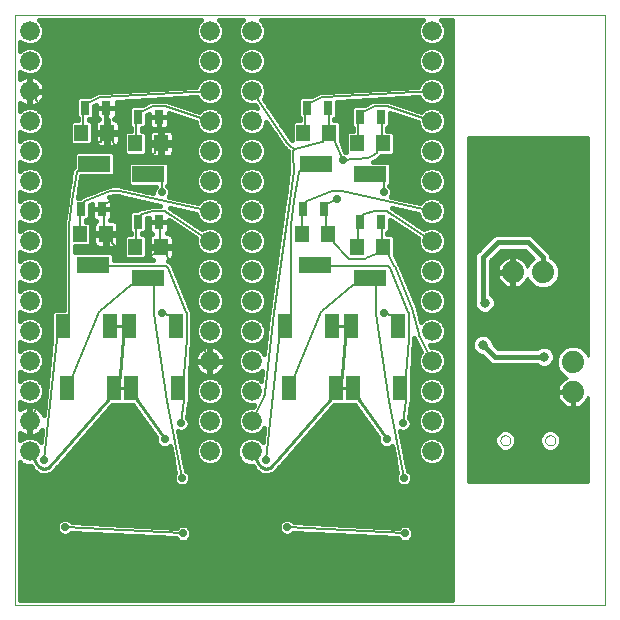
<source format=gbl>
G75*
%MOIN*%
%OFA0B0*%
%FSLAX24Y24*%
%IPPOS*%
%LPD*%
%AMOC8*
5,1,8,0,0,1.08239X$1,22.5*
%
%ADD10C,0.0000*%
%ADD11R,0.1102X0.0551*%
%ADD12R,0.0472X0.0551*%
%ADD13R,0.0500X0.0827*%
%ADD14C,0.0660*%
%ADD15R,0.0315X0.0472*%
%ADD16C,0.0740*%
%ADD17C,0.0000*%
%ADD18C,0.0080*%
%ADD19C,0.0277*%
%ADD20C,0.0160*%
%ADD21C,0.0100*%
%ADD22C,0.0320*%
D10*
X030992Y033994D02*
X030992Y053680D01*
X050677Y053680D01*
X050677Y033994D01*
X030992Y033994D01*
D11*
X033592Y045345D03*
X035442Y044914D03*
X035442Y048364D03*
X033642Y048714D03*
X041042Y048714D03*
X040992Y045345D03*
X042842Y044914D03*
X042842Y048364D03*
D12*
X042409Y049387D03*
X043275Y049387D03*
X043275Y045937D03*
X042409Y045937D03*
X041425Y046369D03*
X040559Y046369D03*
X040609Y049737D03*
X041475Y049737D03*
X035875Y049387D03*
X035009Y049387D03*
X034075Y049737D03*
X033209Y049737D03*
X033159Y046369D03*
X034025Y046369D03*
X035009Y045937D03*
X035875Y045937D03*
D13*
X036353Y043294D03*
X036434Y041244D03*
X034875Y041244D03*
X034291Y041244D03*
X034159Y043294D03*
X034794Y043294D03*
X032600Y043294D03*
X032731Y041244D03*
X040000Y043294D03*
X040131Y041244D03*
X041559Y043294D03*
X042194Y043294D03*
X042275Y041244D03*
X041691Y041244D03*
X043834Y041244D03*
X043753Y043294D03*
D14*
X044892Y043126D03*
X044892Y044126D03*
X044892Y045126D03*
X044892Y046126D03*
X044892Y047126D03*
X044892Y048126D03*
X044892Y049126D03*
X044892Y050126D03*
X044892Y051126D03*
X044892Y052126D03*
X044892Y053126D03*
X044892Y042126D03*
X044892Y041126D03*
X044892Y040126D03*
X044892Y039126D03*
X038892Y039126D03*
X038892Y040126D03*
X038892Y041126D03*
X038892Y042126D03*
X038892Y043126D03*
X038892Y044126D03*
X038892Y045126D03*
X038892Y046126D03*
X038892Y047126D03*
X038892Y048126D03*
X038892Y049126D03*
X038892Y050126D03*
X038892Y051126D03*
X038892Y052126D03*
X038892Y053126D03*
X037492Y053126D03*
X037492Y052126D03*
X037492Y051126D03*
X037492Y050126D03*
X037492Y049126D03*
X037492Y048126D03*
X037492Y047126D03*
X037492Y046126D03*
X037492Y045126D03*
X037492Y044126D03*
X037492Y043126D03*
X037492Y042126D03*
X037492Y041126D03*
X037492Y040126D03*
X037492Y039126D03*
X031492Y039126D03*
X031492Y040126D03*
X031492Y041126D03*
X031492Y042126D03*
X031492Y043126D03*
X031492Y044126D03*
X031492Y045126D03*
X031492Y046126D03*
X031492Y047126D03*
X031492Y048126D03*
X031492Y049126D03*
X031492Y050126D03*
X031492Y051126D03*
X031492Y052126D03*
X031492Y053126D03*
D15*
X033338Y050576D03*
X034046Y050576D03*
X035088Y050276D03*
X035796Y050276D03*
X035796Y046776D03*
X035088Y046776D03*
X033896Y047201D03*
X033188Y047201D03*
X040588Y047201D03*
X041296Y047201D03*
X042488Y046776D03*
X043196Y046776D03*
X043196Y050276D03*
X042488Y050276D03*
X041446Y050576D03*
X040738Y050576D03*
D16*
X047592Y045094D03*
X048592Y045094D03*
X049592Y042094D03*
X049592Y041094D03*
D17*
X048673Y039489D02*
X048675Y039514D01*
X048681Y039539D01*
X048690Y039563D01*
X048703Y039585D01*
X048720Y039605D01*
X048739Y039622D01*
X048760Y039636D01*
X048784Y039646D01*
X048808Y039653D01*
X048834Y039656D01*
X048859Y039655D01*
X048884Y039650D01*
X048908Y039641D01*
X048931Y039629D01*
X048951Y039614D01*
X048969Y039595D01*
X048984Y039574D01*
X048995Y039551D01*
X049003Y039527D01*
X049007Y039502D01*
X049007Y039476D01*
X049003Y039451D01*
X048995Y039427D01*
X048984Y039404D01*
X048969Y039383D01*
X048951Y039364D01*
X048931Y039349D01*
X048908Y039337D01*
X048884Y039328D01*
X048859Y039323D01*
X048834Y039322D01*
X048808Y039325D01*
X048784Y039332D01*
X048760Y039342D01*
X048739Y039356D01*
X048720Y039373D01*
X048703Y039393D01*
X048690Y039415D01*
X048681Y039439D01*
X048675Y039464D01*
X048673Y039489D01*
X047177Y039489D02*
X047179Y039514D01*
X047185Y039539D01*
X047194Y039563D01*
X047207Y039585D01*
X047224Y039605D01*
X047243Y039622D01*
X047264Y039636D01*
X047288Y039646D01*
X047312Y039653D01*
X047338Y039656D01*
X047363Y039655D01*
X047388Y039650D01*
X047412Y039641D01*
X047435Y039629D01*
X047455Y039614D01*
X047473Y039595D01*
X047488Y039574D01*
X047499Y039551D01*
X047507Y039527D01*
X047511Y039502D01*
X047511Y039476D01*
X047507Y039451D01*
X047499Y039427D01*
X047488Y039404D01*
X047473Y039383D01*
X047455Y039364D01*
X047435Y039349D01*
X047412Y039337D01*
X047388Y039328D01*
X047363Y039323D01*
X047338Y039322D01*
X047312Y039325D01*
X047288Y039332D01*
X047264Y039342D01*
X047243Y039356D01*
X047224Y039373D01*
X047207Y039393D01*
X047194Y039415D01*
X047185Y039439D01*
X047179Y039464D01*
X047177Y039489D01*
D18*
X044892Y042126D02*
X044490Y042923D01*
X044454Y043021D02*
X044276Y043773D01*
X044262Y043815D02*
X043653Y045296D01*
X043643Y045317D02*
X043476Y045644D01*
X043471Y045662D02*
X043471Y045702D01*
X043275Y045937D01*
X043079Y045702D01*
X043039Y045702D01*
X043023Y045698D02*
X042694Y045552D01*
X042645Y045542D02*
X042173Y045542D01*
X042085Y045580D02*
X041632Y046066D01*
X041621Y046093D02*
X041621Y046133D01*
X041425Y046369D01*
X041361Y046604D01*
X041361Y047005D01*
X041296Y047201D01*
X041414Y047397D01*
X041454Y047397D01*
X041480Y047406D02*
X041744Y047544D01*
X041897Y047796D02*
X044892Y047126D01*
X044892Y046126D02*
X043421Y047112D01*
X043354Y047132D02*
X043039Y047132D01*
X043014Y047129D02*
X042637Y047051D01*
X042627Y047048D01*
X042618Y047041D01*
X042611Y047033D01*
X042606Y047023D01*
X042605Y047012D01*
X042605Y046972D01*
X042488Y046776D01*
X042448Y046579D01*
X042448Y046539D01*
X042448Y046213D01*
X042448Y046173D01*
X042409Y045937D01*
X042173Y045542D02*
X042153Y045544D01*
X042134Y045548D01*
X042116Y045556D01*
X042100Y045567D01*
X042085Y045580D01*
X042645Y045542D02*
X042662Y045543D01*
X042678Y045547D01*
X042694Y045552D01*
X043023Y045699D02*
X043031Y045701D01*
X043039Y045702D01*
X043275Y045937D02*
X043236Y046173D01*
X043236Y046579D01*
X043196Y046776D01*
X043039Y047132D02*
X043027Y047131D01*
X043015Y047129D01*
X043354Y047132D02*
X043372Y047131D01*
X043389Y047127D01*
X043405Y047120D01*
X043421Y047112D01*
X043289Y047759D02*
X043289Y048128D01*
X042842Y048364D01*
X042768Y048894D02*
X042970Y048994D01*
X043047Y049073D01*
X043057Y049076D01*
X043066Y049083D01*
X043073Y049091D01*
X043078Y049101D01*
X043079Y049112D01*
X043079Y049152D01*
X043275Y049387D01*
X043236Y049623D01*
X043236Y050079D01*
X043196Y050276D01*
X043039Y050632D02*
X043022Y050631D01*
X043006Y050627D01*
X042990Y050622D01*
X042662Y050475D01*
X042645Y050472D02*
X042605Y050472D01*
X042488Y050276D01*
X042448Y050079D01*
X042448Y050039D01*
X042448Y049663D01*
X042448Y049623D01*
X042409Y049387D01*
X042768Y048894D02*
X041934Y048843D01*
X041681Y049436D01*
X041671Y049462D02*
X041671Y049502D01*
X041475Y049737D01*
X041461Y049973D01*
X041461Y050379D01*
X041446Y050576D01*
X040187Y049277D02*
X040131Y049331D01*
X040079Y049386D01*
X040079Y049387D02*
X038892Y051126D01*
X037492Y051126D02*
X033883Y050932D01*
X033840Y050922D02*
X033512Y050775D01*
X033495Y050772D02*
X033455Y050772D01*
X033338Y050576D01*
X033273Y050379D01*
X033273Y050339D01*
X033273Y050013D01*
X033273Y049973D01*
X033209Y049737D01*
X032943Y049218D02*
X032877Y049129D01*
X032943Y049218D02*
X033849Y049423D01*
X033859Y049427D01*
X033867Y049434D01*
X033874Y049442D01*
X033878Y049452D01*
X033879Y049462D01*
X033879Y049502D01*
X034075Y049737D01*
X034061Y049973D01*
X034061Y050379D01*
X034046Y050576D01*
X032787Y049277D02*
X032731Y049331D01*
X032679Y049386D01*
X032679Y049387D02*
X031492Y051126D01*
X032787Y049278D02*
X032943Y049218D01*
X032872Y049007D02*
X032893Y048467D01*
X032893Y048466D01*
X032753Y047476D01*
X032753Y047476D01*
X032231Y043724D01*
X032231Y043721D01*
X031940Y041076D01*
X031894Y040923D02*
X031492Y040126D01*
X031894Y040923D02*
X031910Y040960D01*
X031923Y040998D01*
X031933Y041037D01*
X031939Y041077D01*
X032731Y041244D02*
X032941Y041618D01*
X032941Y041658D01*
X032944Y041673D02*
X033798Y043754D01*
X033832Y043800D02*
X034865Y044669D01*
X034891Y044678D02*
X034931Y044678D01*
X035442Y044914D01*
X035628Y044678D01*
X035628Y044638D01*
X035628Y043729D01*
X035631Y043691D02*
X036065Y040813D01*
X036066Y040808D02*
X036563Y038234D01*
X036595Y036387D02*
X032671Y036596D01*
X031982Y038844D02*
X032390Y042877D01*
X032390Y042881D02*
X032390Y042921D01*
X032600Y043294D01*
X032803Y043668D01*
X032803Y046644D01*
X032804Y046661D02*
X032911Y047453D01*
X032911Y047454D01*
X033051Y048444D01*
X033055Y048455D01*
X033061Y048464D01*
X033069Y048472D01*
X033080Y048476D01*
X033091Y048478D01*
X033131Y048478D01*
X033642Y048714D01*
X032873Y049007D02*
X032872Y049047D01*
X032874Y049088D01*
X032878Y049129D01*
X033495Y050772D02*
X033503Y050773D01*
X033511Y050775D01*
X033840Y050922D02*
X033854Y050927D01*
X033868Y050930D01*
X033883Y050932D01*
X034075Y049737D02*
X034271Y049502D01*
X034271Y049462D01*
X034281Y049436D02*
X034534Y048843D01*
X035368Y048894D01*
X035570Y048994D01*
X035647Y049073D01*
X035657Y049076D01*
X035666Y049083D01*
X035673Y049091D01*
X035678Y049101D01*
X035679Y049112D01*
X035679Y049152D01*
X035875Y049387D01*
X035836Y049623D01*
X035836Y050079D01*
X035796Y050276D01*
X035639Y050632D02*
X035622Y050631D01*
X035606Y050627D01*
X035590Y050622D01*
X035262Y050475D01*
X035245Y050472D02*
X035205Y050472D01*
X035088Y050276D01*
X035048Y050079D01*
X035048Y050039D01*
X035048Y049663D01*
X035048Y049623D01*
X035009Y049387D01*
X034280Y049436D02*
X034275Y049444D01*
X034272Y049453D01*
X034271Y049462D01*
X034497Y047796D02*
X037492Y047126D01*
X037492Y046126D02*
X036021Y047112D01*
X035954Y047132D02*
X035639Y047132D01*
X035614Y047129D02*
X035237Y047051D01*
X035227Y047048D01*
X035218Y047041D01*
X035211Y047033D01*
X035206Y047023D01*
X035205Y047012D01*
X035205Y046972D01*
X035088Y046776D01*
X035048Y046579D01*
X035048Y046539D01*
X035048Y046213D01*
X035048Y046173D01*
X035009Y045937D01*
X034773Y045542D02*
X034753Y045544D01*
X034734Y045548D01*
X034716Y045556D01*
X034700Y045567D01*
X034685Y045580D01*
X034232Y046066D01*
X034221Y046093D02*
X034221Y046133D01*
X034025Y046369D01*
X033961Y046604D01*
X033961Y047005D01*
X033896Y047201D01*
X034014Y047397D01*
X034054Y047397D01*
X034080Y047406D02*
X034344Y047544D01*
X034152Y047785D02*
X033331Y047474D01*
X033320Y047468D01*
X033312Y047460D01*
X033307Y047449D01*
X033305Y047437D01*
X033305Y047397D01*
X033188Y047201D01*
X033173Y047005D01*
X033173Y046604D01*
X033159Y046369D01*
X032803Y046644D02*
X032804Y046660D01*
X033592Y045345D02*
X034103Y045310D01*
X035993Y045310D01*
X036242Y045317D02*
X036252Y045296D01*
X036253Y045296D02*
X036862Y043815D01*
X036876Y043773D02*
X037054Y043021D01*
X037090Y042923D02*
X037492Y042126D01*
X036644Y041660D02*
X036723Y042873D01*
X036723Y042881D02*
X036723Y043708D01*
X036714Y043754D02*
X036104Y045235D01*
X036095Y045253D01*
X036083Y045269D01*
X036068Y045283D01*
X036051Y045294D01*
X036033Y045302D01*
X036013Y045307D01*
X035993Y045309D01*
X036243Y045317D02*
X036076Y045644D01*
X036071Y045662D02*
X036071Y045702D01*
X035875Y045937D01*
X035679Y045702D01*
X035639Y045702D01*
X035623Y045698D02*
X035294Y045552D01*
X035245Y045542D02*
X034773Y045542D01*
X035245Y045542D02*
X035262Y045543D01*
X035278Y045547D01*
X035294Y045552D01*
X035623Y045699D02*
X035631Y045701D01*
X035639Y045702D01*
X035875Y045937D02*
X035836Y046173D01*
X035836Y046579D01*
X035796Y046776D01*
X035639Y047132D02*
X035627Y047131D01*
X035615Y047129D01*
X035954Y047132D02*
X035972Y047131D01*
X035989Y047127D01*
X036005Y047120D01*
X036021Y047112D01*
X035889Y047759D02*
X035889Y048128D01*
X035442Y048364D01*
X034497Y047797D02*
X034454Y047806D01*
X034411Y047812D01*
X034368Y047816D01*
X034324Y047816D01*
X034281Y047813D01*
X034237Y047807D01*
X034195Y047798D01*
X034153Y047785D01*
X034080Y047406D02*
X034072Y047401D01*
X034063Y047398D01*
X034054Y047397D01*
X034221Y046093D02*
X034222Y046083D01*
X034226Y046074D01*
X034232Y046066D01*
X034865Y044669D02*
X034873Y044674D01*
X034882Y044677D01*
X034891Y044678D01*
X035886Y043729D02*
X036092Y043669D01*
X036103Y043668D02*
X036143Y043668D01*
X036353Y043294D01*
X036723Y042881D02*
X036723Y042873D01*
X037054Y043022D02*
X037064Y042988D01*
X037076Y042955D01*
X037090Y042923D01*
X036875Y043773D02*
X036869Y043794D01*
X036862Y043815D01*
X036714Y043754D02*
X036719Y043739D01*
X036722Y043724D01*
X036723Y043708D01*
X036103Y043668D02*
X036092Y043670D01*
X035631Y043691D02*
X035629Y043710D01*
X035628Y043729D01*
X036075Y045644D02*
X036072Y045653D01*
X036071Y045662D01*
X036644Y041660D02*
X036644Y041658D01*
X036644Y041618D01*
X036434Y041244D01*
X036644Y040871D01*
X036644Y040831D01*
X036645Y040823D02*
X036540Y040059D01*
X036645Y040823D02*
X036644Y040831D01*
X036066Y040808D02*
X036065Y040813D01*
X039294Y040923D02*
X039310Y040960D01*
X039323Y040998D01*
X039333Y041037D01*
X039339Y041077D01*
X039340Y041076D02*
X039631Y043721D01*
X039631Y043724D01*
X040153Y047476D01*
X040293Y048466D01*
X040293Y048467D01*
X040272Y049007D01*
X040277Y049129D02*
X040343Y049218D01*
X041249Y049423D01*
X041259Y049427D01*
X041267Y049434D01*
X041274Y049442D01*
X041278Y049452D01*
X041279Y049462D01*
X041279Y049502D01*
X041475Y049737D01*
X041671Y049462D02*
X041672Y049453D01*
X041675Y049444D01*
X041680Y049436D01*
X041283Y050932D02*
X041268Y050930D01*
X041254Y050927D01*
X041240Y050922D01*
X040912Y050775D01*
X040895Y050772D02*
X040855Y050772D01*
X040738Y050576D01*
X040673Y050379D01*
X040673Y050339D01*
X040673Y050013D01*
X040673Y049973D01*
X040609Y049737D01*
X040343Y049218D02*
X040187Y049278D01*
X040278Y049129D02*
X040274Y049088D01*
X040272Y049047D01*
X040273Y049007D01*
X040491Y048478D02*
X040531Y048478D01*
X041042Y048714D01*
X040491Y048478D02*
X040480Y048476D01*
X040469Y048472D01*
X040461Y048464D01*
X040455Y048455D01*
X040451Y048444D01*
X040311Y047454D01*
X040311Y047453D01*
X040204Y046661D01*
X040203Y046644D02*
X040203Y043668D01*
X040000Y043294D01*
X039790Y042921D01*
X039790Y042881D01*
X039790Y042877D02*
X039382Y038844D01*
X038892Y040126D02*
X039294Y040923D01*
X040131Y041244D02*
X040341Y041618D01*
X040341Y041658D01*
X040344Y041673D02*
X041198Y043754D01*
X041232Y043800D02*
X042265Y044669D01*
X042291Y044678D02*
X042331Y044678D01*
X042842Y044914D01*
X043028Y044678D01*
X043028Y044638D01*
X043028Y043729D01*
X043031Y043691D02*
X043465Y040813D01*
X043466Y040808D02*
X043963Y038234D01*
X043995Y036387D02*
X040071Y036596D01*
X040342Y041658D02*
X040343Y041666D01*
X040345Y041673D01*
X039790Y042877D02*
X039790Y042881D01*
X040992Y045345D02*
X041503Y045310D01*
X043393Y045310D01*
X043642Y045317D02*
X043652Y045296D01*
X043504Y045235D02*
X044114Y043754D01*
X044123Y043708D02*
X044123Y042881D01*
X044123Y042873D02*
X044044Y041660D01*
X044044Y041658D01*
X044044Y041618D01*
X043834Y041244D01*
X044044Y040871D01*
X044044Y040831D01*
X044045Y040823D02*
X043940Y040059D01*
X044045Y040823D02*
X044044Y040831D01*
X043466Y040808D02*
X043465Y040813D01*
X044123Y042873D02*
X044123Y042881D01*
X043753Y043294D02*
X043543Y043668D01*
X043503Y043668D01*
X043492Y043669D02*
X043286Y043729D01*
X043031Y043691D02*
X043029Y043710D01*
X043028Y043729D01*
X043492Y043670D02*
X043503Y043668D01*
X044114Y043754D02*
X044119Y043739D01*
X044122Y043724D01*
X044123Y043708D01*
X044275Y043773D02*
X044269Y043794D01*
X044262Y043815D01*
X044454Y043022D02*
X044464Y042988D01*
X044476Y042955D01*
X044490Y042923D01*
X043504Y045235D02*
X043495Y045253D01*
X043483Y045269D01*
X043468Y045283D01*
X043451Y045294D01*
X043433Y045302D01*
X043413Y045307D01*
X043393Y045309D01*
X043475Y045644D02*
X043472Y045653D01*
X043471Y045662D01*
X042291Y044678D02*
X042282Y044677D01*
X042273Y044674D01*
X042265Y044669D01*
X041632Y046066D02*
X041626Y046074D01*
X041622Y046083D01*
X041621Y046093D01*
X041553Y047785D02*
X041595Y047798D01*
X041637Y047807D01*
X041681Y047813D01*
X041724Y047816D01*
X041768Y047816D01*
X041811Y047812D01*
X041854Y047806D01*
X041897Y047797D01*
X041552Y047785D02*
X040731Y047474D01*
X040720Y047468D01*
X040712Y047460D01*
X040707Y047449D01*
X040705Y047437D01*
X040705Y047397D01*
X040588Y047201D01*
X040573Y047005D01*
X040573Y046604D01*
X040559Y046369D01*
X040203Y046644D02*
X040204Y046660D01*
X040153Y047476D02*
X040153Y047476D01*
X041454Y047397D02*
X041463Y047398D01*
X041472Y047401D01*
X041480Y047406D01*
X042645Y050472D02*
X042653Y050473D01*
X042661Y050475D01*
X043039Y050632D02*
X043354Y050632D01*
X043392Y050626D02*
X044892Y050126D01*
X044892Y051126D02*
X041283Y050932D01*
X040911Y050775D02*
X040903Y050773D01*
X040895Y050772D01*
X043354Y050632D02*
X043373Y050630D01*
X043392Y050626D01*
X041232Y043800D02*
X041218Y043786D01*
X041207Y043771D01*
X041198Y043754D01*
X037492Y050126D02*
X035992Y050626D01*
X035954Y050632D02*
X035639Y050632D01*
X035954Y050632D02*
X035973Y050630D01*
X035992Y050626D01*
X035261Y050475D02*
X035253Y050473D01*
X035245Y050472D01*
X033832Y043800D02*
X033818Y043786D01*
X033807Y043771D01*
X033798Y043754D01*
X032945Y041673D02*
X032943Y041666D01*
X032942Y041658D01*
X032390Y042877D02*
X032390Y042881D01*
D19*
X031982Y038844D03*
X032671Y036596D03*
X035990Y039526D03*
X036540Y040059D03*
X036563Y038234D03*
X036595Y036387D03*
X039382Y038844D03*
X040071Y036596D03*
X043390Y039526D03*
X043940Y040059D03*
X043963Y038234D03*
X043995Y036387D03*
X043286Y043729D03*
X043289Y047759D03*
X041744Y047544D03*
X041934Y048843D03*
X035889Y047759D03*
X034534Y048843D03*
X034344Y047544D03*
X035886Y043729D03*
D20*
X036881Y043821D02*
X036270Y045305D01*
X036236Y045388D01*
X036096Y045482D01*
X036135Y045482D01*
X036181Y045494D01*
X036222Y045518D01*
X036255Y045551D01*
X036279Y045592D01*
X036291Y045638D01*
X036291Y045899D01*
X035913Y045899D01*
X035913Y045976D01*
X036291Y045976D01*
X036291Y046237D01*
X036279Y046282D01*
X036255Y046324D01*
X036222Y046357D01*
X036181Y046381D01*
X036135Y046393D01*
X036060Y046393D01*
X036064Y046395D01*
X036098Y046429D01*
X036122Y046470D01*
X036134Y046516D01*
X036586Y046516D01*
X036350Y046675D02*
X036134Y046675D01*
X036134Y046776D02*
X036134Y046516D01*
X036221Y046358D02*
X036823Y046358D01*
X037024Y046223D02*
X037022Y046219D01*
X037022Y046032D01*
X037094Y045859D01*
X037226Y045727D01*
X037399Y045656D01*
X037586Y045656D01*
X037758Y045727D01*
X037891Y045859D01*
X037962Y046032D01*
X037962Y046219D01*
X037891Y046392D01*
X037758Y046524D01*
X037586Y046596D01*
X037399Y046596D01*
X037226Y046524D01*
X037224Y046522D01*
X036150Y047242D01*
X037022Y047046D01*
X037022Y047032D01*
X037094Y046859D01*
X037226Y046727D01*
X037399Y046656D01*
X037586Y046656D01*
X037758Y046727D01*
X037891Y046859D01*
X037962Y047032D01*
X037962Y047219D01*
X037891Y047392D01*
X037758Y047524D01*
X037586Y047596D01*
X037399Y047596D01*
X037226Y047524D01*
X037100Y047398D01*
X036131Y047615D01*
X036168Y047703D01*
X036168Y047814D01*
X036126Y047917D01*
X036073Y047970D01*
X036133Y048030D01*
X036133Y048697D01*
X036051Y048779D01*
X034833Y048779D01*
X034751Y048697D01*
X034751Y048030D01*
X034833Y047948D01*
X035684Y047948D01*
X035653Y047917D01*
X035610Y047814D01*
X035610Y047731D01*
X034539Y047972D01*
X034431Y047999D01*
X034204Y047992D01*
X034163Y047978D01*
X034158Y047980D01*
X034092Y047955D01*
X034025Y047933D01*
X034023Y047929D01*
X033337Y047669D01*
X033267Y047643D01*
X033264Y047641D01*
X033198Y047616D01*
X033190Y047599D01*
X033175Y047577D01*
X033111Y047577D01*
X033213Y048298D01*
X034251Y048298D01*
X034333Y048380D01*
X034333Y049047D01*
X034251Y049129D01*
X033033Y049129D01*
X032951Y049047D01*
X032951Y048608D01*
X032885Y048550D01*
X032873Y048469D01*
X032873Y048468D01*
X032743Y047552D01*
X032743Y047551D01*
X032743Y047549D01*
X032741Y047548D01*
X032733Y047476D01*
X032723Y047405D01*
X032631Y046728D01*
X032623Y046719D01*
X032623Y046665D01*
X032615Y046611D01*
X032623Y046601D01*
X032623Y046570D01*
X032623Y043848D01*
X032292Y043848D01*
X032210Y043766D01*
X032210Y042968D01*
X032197Y042944D01*
X032210Y042896D01*
X032210Y042889D01*
X032203Y042822D01*
X032203Y042822D01*
X031953Y040344D01*
X031928Y040393D01*
X031881Y040458D01*
X031824Y040515D01*
X031759Y040562D01*
X031688Y040598D01*
X031612Y040623D01*
X031532Y040636D01*
X031511Y040636D01*
X031511Y040144D01*
X031474Y040144D01*
X031474Y040636D01*
X031452Y040636D01*
X031373Y040623D01*
X031296Y040598D01*
X031225Y040562D01*
X031172Y040524D01*
X031172Y040781D01*
X031226Y040727D01*
X031399Y040656D01*
X031586Y040656D01*
X031758Y040727D01*
X031891Y040859D01*
X031962Y041032D01*
X031962Y041219D01*
X031891Y041392D01*
X031758Y041524D01*
X031586Y041596D01*
X031399Y041596D01*
X031226Y041524D01*
X031172Y041470D01*
X031172Y041781D01*
X031226Y041727D01*
X031399Y041656D01*
X031586Y041656D01*
X031758Y041727D01*
X031891Y041859D01*
X031962Y042032D01*
X031962Y042219D01*
X031891Y042392D01*
X031758Y042524D01*
X031586Y042596D01*
X031399Y042596D01*
X031226Y042524D01*
X031172Y042470D01*
X031172Y042781D01*
X031226Y042727D01*
X031399Y042656D01*
X031586Y042656D01*
X031758Y042727D01*
X031891Y042859D01*
X031962Y043032D01*
X031962Y043219D01*
X031891Y043392D01*
X031758Y043524D01*
X031586Y043596D01*
X031399Y043596D01*
X031226Y043524D01*
X031172Y043470D01*
X031172Y043781D01*
X031226Y043727D01*
X031399Y043656D01*
X031586Y043656D01*
X031758Y043727D01*
X031891Y043859D01*
X031962Y044032D01*
X031962Y044219D01*
X031891Y044392D01*
X031758Y044524D01*
X031586Y044596D01*
X031399Y044596D01*
X031226Y044524D01*
X031172Y044470D01*
X031172Y044781D01*
X031226Y044727D01*
X031399Y044656D01*
X031586Y044656D01*
X031758Y044727D01*
X031891Y044859D01*
X031962Y045032D01*
X031962Y045219D01*
X031891Y045392D01*
X031758Y045524D01*
X031586Y045596D01*
X031399Y045596D01*
X031226Y045524D01*
X031172Y045470D01*
X031172Y045781D01*
X031226Y045727D01*
X031399Y045656D01*
X031586Y045656D01*
X031758Y045727D01*
X031891Y045859D01*
X031962Y046032D01*
X031962Y046219D01*
X031891Y046392D01*
X031758Y046524D01*
X031586Y046596D01*
X031399Y046596D01*
X031226Y046524D01*
X031172Y046470D01*
X031172Y046781D01*
X031226Y046727D01*
X031399Y046656D01*
X031586Y046656D01*
X031758Y046727D01*
X031891Y046859D01*
X031962Y047032D01*
X031962Y047219D01*
X031891Y047392D01*
X031758Y047524D01*
X031586Y047596D01*
X031399Y047596D01*
X031226Y047524D01*
X031172Y047470D01*
X031172Y047781D01*
X031226Y047727D01*
X031399Y047656D01*
X031586Y047656D01*
X031758Y047727D01*
X031891Y047859D01*
X031962Y048032D01*
X031962Y048219D01*
X031891Y048392D01*
X031758Y048524D01*
X031586Y048596D01*
X031399Y048596D01*
X031226Y048524D01*
X031172Y048470D01*
X031172Y048781D01*
X031226Y048727D01*
X031399Y048656D01*
X031586Y048656D01*
X031758Y048727D01*
X031891Y048859D01*
X031962Y049032D01*
X031962Y049219D01*
X031891Y049392D01*
X031758Y049524D01*
X031586Y049596D01*
X031399Y049596D01*
X031226Y049524D01*
X031172Y049470D01*
X031172Y049781D01*
X031226Y049727D01*
X031399Y049656D01*
X031586Y049656D01*
X031758Y049727D01*
X031891Y049859D01*
X031962Y050032D01*
X031962Y050219D01*
X031891Y050392D01*
X031758Y050524D01*
X031586Y050596D01*
X031399Y050596D01*
X031226Y050524D01*
X031172Y050470D01*
X031172Y050728D01*
X031225Y050689D01*
X031296Y050653D01*
X031373Y050628D01*
X031452Y050616D01*
X031474Y050616D01*
X031474Y051107D01*
X031511Y051107D01*
X031511Y051144D01*
X032002Y051144D01*
X032002Y051166D01*
X031990Y051245D01*
X031965Y051321D01*
X031928Y051393D01*
X031881Y051458D01*
X031824Y051515D01*
X031759Y051562D01*
X031688Y051598D01*
X031612Y051623D01*
X031532Y051636D01*
X031511Y051636D01*
X031511Y051144D01*
X031474Y051144D01*
X031474Y051636D01*
X031452Y051636D01*
X031373Y051623D01*
X031296Y051598D01*
X031225Y051562D01*
X031172Y051524D01*
X031172Y051781D01*
X031226Y051727D01*
X031399Y051656D01*
X031586Y051656D01*
X031758Y051727D01*
X031891Y051859D01*
X031962Y052032D01*
X031962Y052219D01*
X031891Y052392D01*
X031758Y052524D01*
X031586Y052596D01*
X031399Y052596D01*
X031226Y052524D01*
X031172Y052470D01*
X031172Y052781D01*
X031226Y052727D01*
X031399Y052656D01*
X031586Y052656D01*
X031758Y052727D01*
X031891Y052859D01*
X031962Y053032D01*
X031962Y053219D01*
X031891Y053392D01*
X031783Y053499D01*
X037201Y053499D01*
X037094Y053392D01*
X037022Y053219D01*
X037022Y053032D01*
X037094Y052859D01*
X037226Y052727D01*
X037399Y052656D01*
X037586Y052656D01*
X037758Y052727D01*
X037891Y052859D01*
X037962Y053032D01*
X037962Y053219D01*
X037891Y053392D01*
X037783Y053499D01*
X038601Y053499D01*
X038494Y053392D01*
X038422Y053219D01*
X038422Y053032D01*
X038494Y052859D01*
X038626Y052727D01*
X038799Y052656D01*
X038986Y052656D01*
X039158Y052727D01*
X039291Y052859D01*
X039362Y053032D01*
X039362Y053219D01*
X039291Y053392D01*
X039183Y053499D01*
X044601Y053499D01*
X044494Y053392D01*
X044422Y053219D01*
X044422Y053032D01*
X044494Y052859D01*
X044626Y052727D01*
X044799Y052656D01*
X044986Y052656D01*
X045158Y052727D01*
X045291Y052859D01*
X045362Y053032D01*
X045362Y053219D01*
X045291Y053392D01*
X045183Y053499D01*
X045559Y053499D01*
X045559Y034175D01*
X031172Y034175D01*
X031172Y038752D01*
X031215Y038710D01*
X031395Y038636D01*
X031524Y038636D01*
X031557Y038578D01*
X031599Y038503D01*
X031600Y038502D01*
X031615Y038477D01*
X031615Y038477D01*
X031615Y038477D01*
X031808Y038351D01*
X032036Y038327D01*
X032036Y038327D01*
X032251Y038409D01*
X032251Y038409D01*
X032271Y038431D01*
X032272Y038431D01*
X032329Y038496D01*
X032386Y038560D01*
X032386Y038561D01*
X034235Y040658D01*
X034246Y040671D01*
X034920Y040671D01*
X034963Y040610D01*
X034963Y040610D01*
X035691Y039585D01*
X035691Y039467D01*
X035736Y039357D01*
X035820Y039273D01*
X035930Y039228D01*
X036049Y039228D01*
X036159Y039273D01*
X036176Y039290D01*
X036346Y038411D01*
X036327Y038392D01*
X036284Y038289D01*
X036284Y038178D01*
X036327Y038076D01*
X036405Y037998D01*
X036508Y037955D01*
X036619Y037955D01*
X036721Y037998D01*
X036799Y038076D01*
X036842Y038178D01*
X036842Y038289D01*
X036799Y038392D01*
X036721Y038470D01*
X036699Y038479D01*
X036445Y039797D01*
X036484Y039780D01*
X036595Y039780D01*
X036698Y039823D01*
X036776Y039901D01*
X036819Y040004D01*
X036819Y040114D01*
X036776Y040217D01*
X036747Y040246D01*
X036816Y040749D01*
X036824Y040757D01*
X036824Y040768D01*
X036836Y040786D01*
X036828Y040829D01*
X036834Y040872D01*
X036832Y040874D01*
X036838Y040894D01*
X036824Y040918D01*
X036824Y041571D01*
X036838Y041595D01*
X036824Y041643D01*
X036824Y041653D01*
X036898Y042788D01*
X036899Y042802D01*
X036903Y042807D01*
X036903Y042871D01*
X036907Y042936D01*
X036903Y042941D01*
X036903Y043633D01*
X036903Y043633D01*
X036903Y043708D01*
X036903Y043739D01*
X036909Y043753D01*
X036903Y043767D01*
X036903Y043782D01*
X036892Y043793D01*
X036881Y043821D01*
X036881Y043822D02*
X037132Y043822D01*
X037094Y043859D02*
X037226Y043727D01*
X037399Y043656D01*
X037586Y043656D01*
X037758Y043727D01*
X037891Y043859D01*
X037962Y044032D01*
X037962Y044219D01*
X037891Y044392D01*
X037758Y044524D01*
X037586Y044596D01*
X037399Y044596D01*
X037226Y044524D01*
X037094Y044392D01*
X037022Y044219D01*
X037022Y044032D01*
X037094Y043859D01*
X037044Y043980D02*
X036815Y043980D01*
X036750Y044139D02*
X037022Y044139D01*
X037054Y044297D02*
X036685Y044297D01*
X036620Y044456D02*
X037157Y044456D01*
X037226Y044727D02*
X037399Y044656D01*
X037586Y044656D01*
X037758Y044727D01*
X037891Y044859D01*
X037962Y045032D01*
X037962Y045219D01*
X037891Y045392D01*
X037758Y045524D01*
X037586Y045596D01*
X037399Y045596D01*
X037226Y045524D01*
X037094Y045392D01*
X037022Y045219D01*
X037022Y045032D01*
X037094Y044859D01*
X037226Y044727D01*
X037181Y044773D02*
X036489Y044773D01*
X036424Y044931D02*
X037064Y044931D01*
X037022Y045090D02*
X036359Y045090D01*
X036294Y045248D02*
X037034Y045248D01*
X037108Y045407D02*
X036209Y045407D01*
X036236Y045388D02*
X036236Y045388D01*
X036263Y045565D02*
X037325Y045565D01*
X037235Y045724D02*
X036291Y045724D01*
X036291Y045882D02*
X037084Y045882D01*
X037022Y046041D02*
X036291Y046041D01*
X036291Y046199D02*
X037022Y046199D01*
X037024Y046223D02*
X036134Y046819D01*
X036134Y046776D01*
X035796Y046776D01*
X035796Y046776D01*
X035459Y046776D01*
X035459Y046913D01*
X035385Y046898D01*
X035385Y046481D01*
X035303Y046399D01*
X035228Y046399D01*
X035228Y046353D01*
X035303Y046353D01*
X035385Y046271D01*
X035385Y045604D01*
X035303Y045522D01*
X034715Y045522D01*
X034633Y045604D01*
X034633Y046271D01*
X034715Y046353D01*
X034868Y046353D01*
X034868Y046403D01*
X034790Y046481D01*
X034790Y047070D01*
X034872Y047152D01*
X035076Y047152D01*
X035124Y047211D01*
X035124Y047211D01*
X035127Y047212D01*
X035127Y047212D01*
X035201Y047227D01*
X035273Y047242D01*
X035273Y047242D01*
X035553Y047301D01*
X035564Y047312D01*
X035608Y047312D01*
X035651Y047321D01*
X035664Y047312D01*
X035836Y047312D01*
X034527Y047605D01*
X034524Y047604D01*
X034454Y047621D01*
X034450Y047623D01*
X034391Y047633D01*
X034268Y047629D01*
X034210Y047615D01*
X034147Y047591D01*
X034164Y047581D01*
X034198Y047548D01*
X034222Y047506D01*
X034234Y047461D01*
X034234Y047201D01*
X033896Y047201D01*
X033896Y047201D01*
X033559Y047201D01*
X033559Y047368D01*
X033485Y047340D01*
X033485Y046907D01*
X033403Y046825D01*
X033353Y046825D01*
X033353Y046784D01*
X033453Y046784D01*
X033535Y046702D01*
X033535Y046035D01*
X033453Y045953D01*
X032983Y045953D01*
X032983Y045761D01*
X032983Y045761D01*
X034201Y045761D01*
X034283Y045679D01*
X034283Y045490D01*
X035586Y045490D01*
X035569Y045494D01*
X035528Y045518D01*
X035495Y045551D01*
X035471Y045592D01*
X035459Y045638D01*
X035459Y045899D01*
X035837Y045899D01*
X035837Y045976D01*
X035459Y045976D01*
X035459Y046237D01*
X035471Y046282D01*
X035495Y046324D01*
X035528Y046357D01*
X035562Y046376D01*
X035528Y046395D01*
X035495Y046429D01*
X035471Y046470D01*
X035459Y046516D01*
X035385Y046516D01*
X035459Y046516D02*
X035459Y046776D01*
X035796Y046776D01*
X035796Y046776D01*
X036134Y046776D01*
X036287Y047150D02*
X036560Y047150D01*
X036523Y046992D02*
X037039Y046992D01*
X037120Y046833D02*
X036760Y046833D01*
X036996Y046675D02*
X037353Y046675D01*
X037631Y046675D02*
X038753Y046675D01*
X038799Y046656D02*
X038986Y046656D01*
X039158Y046727D01*
X039291Y046859D01*
X039362Y047032D01*
X039362Y047219D01*
X039291Y047392D01*
X039158Y047524D01*
X038986Y047596D01*
X038799Y047596D01*
X038626Y047524D01*
X038494Y047392D01*
X038422Y047219D01*
X038422Y047032D01*
X038494Y046859D01*
X038626Y046727D01*
X038799Y046656D01*
X038799Y046596D02*
X038626Y046524D01*
X038494Y046392D01*
X038422Y046219D01*
X038422Y046032D01*
X038494Y045859D01*
X038626Y045727D01*
X038799Y045656D01*
X038986Y045656D01*
X039158Y045727D01*
X039291Y045859D01*
X039362Y046032D01*
X039362Y046219D01*
X039291Y046392D01*
X039158Y046524D01*
X038986Y046596D01*
X038799Y046596D01*
X038618Y046516D02*
X037766Y046516D01*
X037905Y046358D02*
X038479Y046358D01*
X038422Y046199D02*
X037962Y046199D01*
X037962Y046041D02*
X038422Y046041D01*
X038484Y045882D02*
X037900Y045882D01*
X037750Y045724D02*
X038635Y045724D01*
X038725Y045565D02*
X037659Y045565D01*
X037876Y045407D02*
X038508Y045407D01*
X038494Y045392D02*
X038422Y045219D01*
X038422Y045032D01*
X038494Y044859D01*
X038626Y044727D01*
X038799Y044656D01*
X038986Y044656D01*
X039158Y044727D01*
X039291Y044859D01*
X039362Y045032D01*
X039362Y045219D01*
X039291Y045392D01*
X039158Y045524D01*
X038986Y045596D01*
X038799Y045596D01*
X038626Y045524D01*
X038494Y045392D01*
X038434Y045248D02*
X037950Y045248D01*
X037962Y045090D02*
X038422Y045090D01*
X038464Y044931D02*
X037920Y044931D01*
X037804Y044773D02*
X038581Y044773D01*
X038626Y044524D02*
X038494Y044392D01*
X038422Y044219D01*
X038422Y044032D01*
X038494Y043859D01*
X038626Y043727D01*
X038799Y043656D01*
X038986Y043656D01*
X039158Y043727D01*
X039291Y043859D01*
X039362Y044032D01*
X039362Y044219D01*
X039291Y044392D01*
X039158Y044524D01*
X038986Y044596D01*
X038799Y044596D01*
X038626Y044524D01*
X038557Y044456D02*
X037827Y044456D01*
X037930Y044297D02*
X038454Y044297D01*
X038422Y044139D02*
X037962Y044139D01*
X037941Y043980D02*
X038444Y043980D01*
X038532Y043822D02*
X037853Y043822D01*
X037604Y043663D02*
X038781Y043663D01*
X038799Y043596D02*
X038626Y043524D01*
X038494Y043392D01*
X038422Y043219D01*
X038422Y043032D01*
X038494Y042859D01*
X038626Y042727D01*
X038799Y042656D01*
X038986Y042656D01*
X039158Y042727D01*
X039291Y042859D01*
X039362Y043032D01*
X039362Y043219D01*
X039291Y043392D01*
X039158Y043524D01*
X038986Y043596D01*
X038799Y043596D01*
X038606Y043505D02*
X037778Y043505D01*
X037758Y043524D02*
X037586Y043596D01*
X037399Y043596D01*
X037226Y043524D01*
X037094Y043392D01*
X037022Y043219D01*
X037022Y043032D01*
X037094Y042859D01*
X037226Y042727D01*
X037399Y042656D01*
X037586Y042656D01*
X037758Y042727D01*
X037891Y042859D01*
X037962Y043032D01*
X037962Y043219D01*
X037891Y043392D01*
X037758Y043524D01*
X037910Y043346D02*
X038475Y043346D01*
X038422Y043188D02*
X037962Y043188D01*
X037961Y043029D02*
X038423Y043029D01*
X038489Y042871D02*
X037895Y042871D01*
X037722Y042712D02*
X038662Y042712D01*
X038697Y042554D02*
X037771Y042554D01*
X037759Y042562D02*
X037688Y042598D01*
X037612Y042623D01*
X037532Y042636D01*
X037511Y042636D01*
X037511Y042144D01*
X038002Y042144D01*
X038002Y042166D01*
X037990Y042245D01*
X037965Y042321D01*
X037928Y042393D01*
X037881Y042458D01*
X037824Y042515D01*
X037759Y042562D01*
X037927Y042395D02*
X038497Y042395D01*
X038494Y042392D02*
X038422Y042219D01*
X038422Y042032D01*
X038494Y041859D01*
X038626Y041727D01*
X038799Y041656D01*
X038986Y041656D01*
X039158Y041727D01*
X039239Y041808D01*
X039203Y041480D01*
X039158Y041524D01*
X038986Y041596D01*
X038799Y041596D01*
X038626Y041524D01*
X038494Y041392D01*
X038422Y041219D01*
X038422Y041032D01*
X038494Y040859D01*
X038626Y040727D01*
X038799Y040656D01*
X038958Y040656D01*
X038928Y040596D01*
X038799Y040596D01*
X038626Y040524D01*
X038494Y040392D01*
X038422Y040219D01*
X038422Y040032D01*
X038494Y039859D01*
X037890Y039859D01*
X037891Y039859D02*
X037962Y040032D01*
X037962Y040219D01*
X037891Y040392D01*
X037758Y040524D01*
X037586Y040596D01*
X037399Y040596D01*
X037226Y040524D01*
X037094Y040392D01*
X037022Y040219D01*
X037022Y040032D01*
X037094Y039859D01*
X036734Y039859D01*
X036819Y040017D02*
X037028Y040017D01*
X037022Y040176D02*
X036793Y040176D01*
X036759Y040334D02*
X037070Y040334D01*
X037195Y040493D02*
X036781Y040493D01*
X036803Y040651D02*
X038956Y040651D01*
X038595Y040493D02*
X037789Y040493D01*
X037914Y040334D02*
X038470Y040334D01*
X038422Y040176D02*
X037962Y040176D01*
X037956Y040017D02*
X038428Y040017D01*
X038494Y039859D02*
X038626Y039727D01*
X038799Y039656D01*
X038986Y039656D01*
X039158Y039727D01*
X039291Y039859D01*
X039308Y039902D01*
X039262Y039448D01*
X039170Y039541D01*
X038990Y039616D01*
X038795Y039616D01*
X038615Y039541D01*
X038477Y039403D01*
X038402Y039223D01*
X038402Y039028D01*
X038477Y038848D01*
X038615Y038710D01*
X038795Y038636D01*
X038924Y038636D01*
X038957Y038578D01*
X038999Y038503D01*
X039000Y038502D01*
X039015Y038477D01*
X039015Y038477D01*
X039015Y038477D01*
X039208Y038351D01*
X039436Y038327D01*
X039436Y038327D01*
X039651Y038409D01*
X039651Y038409D01*
X039671Y038431D01*
X039672Y038431D01*
X039729Y038496D01*
X039786Y038560D01*
X039786Y038561D01*
X041635Y040658D01*
X041646Y040671D01*
X042320Y040671D01*
X042363Y040610D01*
X042363Y040610D01*
X043091Y039585D01*
X043091Y039467D01*
X043136Y039357D01*
X043220Y039273D01*
X043330Y039228D01*
X043449Y039228D01*
X043559Y039273D01*
X043576Y039290D01*
X043746Y038411D01*
X043727Y038392D01*
X043684Y038289D01*
X043684Y038178D01*
X043727Y038076D01*
X043805Y037998D01*
X043908Y037955D01*
X044019Y037955D01*
X044121Y037998D01*
X044199Y038076D01*
X044242Y038178D01*
X044242Y038289D01*
X044199Y038392D01*
X044121Y038470D01*
X044099Y038479D01*
X043845Y039797D01*
X043884Y039780D01*
X043995Y039780D01*
X044098Y039823D01*
X044176Y039901D01*
X044219Y040004D01*
X044219Y040114D01*
X044176Y040217D01*
X044147Y040246D01*
X044216Y040749D01*
X044224Y040757D01*
X044224Y040768D01*
X044236Y040786D01*
X044228Y040829D01*
X044234Y040872D01*
X044232Y040874D01*
X044238Y040894D01*
X044224Y040918D01*
X044224Y041571D01*
X044238Y041595D01*
X044224Y041643D01*
X044224Y041653D01*
X044298Y042788D01*
X044299Y042802D01*
X044303Y042807D01*
X044303Y042871D01*
X044304Y042892D01*
X044330Y042842D01*
X044363Y042775D01*
X044535Y042433D01*
X044494Y042392D01*
X044422Y042219D01*
X044422Y042032D01*
X044494Y041859D01*
X044626Y041727D01*
X044799Y041656D01*
X044986Y041656D01*
X045158Y041727D01*
X045291Y041859D01*
X045362Y042032D01*
X045362Y042219D01*
X045291Y042392D01*
X045158Y042524D01*
X044986Y042596D01*
X044857Y042596D01*
X044826Y042656D01*
X044986Y042656D01*
X045158Y042727D01*
X045291Y042859D01*
X045362Y043032D01*
X045362Y043219D01*
X045291Y043392D01*
X045158Y043524D01*
X044986Y043596D01*
X044799Y043596D01*
X044626Y043524D01*
X044540Y043438D01*
X044468Y043742D01*
X044453Y043805D01*
X044457Y043814D01*
X044442Y043849D01*
X044433Y043887D01*
X044425Y043892D01*
X043835Y045326D01*
X043837Y045333D01*
X043812Y045383D01*
X043791Y045433D01*
X043784Y045436D01*
X043769Y045465D01*
X043670Y045659D01*
X043670Y045659D01*
X043652Y045695D01*
X043657Y045760D01*
X043651Y045767D01*
X043651Y046271D01*
X043569Y046353D01*
X043416Y046353D01*
X043416Y046403D01*
X043494Y046481D01*
X043494Y046846D01*
X044424Y046223D01*
X044422Y046219D01*
X044422Y046032D01*
X044494Y045859D01*
X044626Y045727D01*
X044799Y045656D01*
X044986Y045656D01*
X045158Y045727D01*
X045291Y045859D01*
X045362Y046032D01*
X045362Y046219D01*
X045291Y046392D01*
X045158Y046524D01*
X044986Y046596D01*
X044799Y046596D01*
X044626Y046524D01*
X044624Y046522D01*
X043550Y047242D01*
X044422Y047046D01*
X044422Y047032D01*
X044494Y046859D01*
X044626Y046727D01*
X044799Y046656D01*
X044986Y046656D01*
X045158Y046727D01*
X045291Y046859D01*
X045362Y047032D01*
X045362Y047219D01*
X045291Y047392D01*
X045158Y047524D01*
X044986Y047596D01*
X044799Y047596D01*
X044626Y047524D01*
X044500Y047398D01*
X043531Y047615D01*
X043568Y047703D01*
X043568Y047814D01*
X043526Y047917D01*
X043473Y047970D01*
X043533Y048030D01*
X043533Y048697D01*
X043451Y048779D01*
X042942Y048779D01*
X043013Y048814D01*
X043046Y048815D01*
X043077Y048846D01*
X043117Y048866D01*
X043127Y048897D01*
X043137Y048908D01*
X043160Y048912D01*
X043209Y048972D01*
X043569Y048972D01*
X043651Y049054D01*
X043651Y049721D01*
X043569Y049803D01*
X043416Y049803D01*
X043416Y049903D01*
X043494Y049981D01*
X043494Y050402D01*
X044422Y050093D01*
X044422Y050032D01*
X044494Y049859D01*
X044626Y049727D01*
X044799Y049656D01*
X044986Y049656D01*
X045158Y049727D01*
X045291Y049859D01*
X045362Y050032D01*
X045362Y050219D01*
X045291Y050392D01*
X045158Y050524D01*
X044986Y050596D01*
X044799Y050596D01*
X044626Y050524D01*
X044536Y050434D01*
X043447Y050797D01*
X043441Y050799D01*
X043428Y050812D01*
X043403Y050812D01*
X043378Y050820D01*
X043362Y050812D01*
X043354Y050812D01*
X043279Y050812D01*
X043038Y050812D01*
X042996Y050812D01*
X042985Y050816D01*
X042975Y050812D01*
X042964Y050812D01*
X042956Y050803D01*
X042923Y050789D01*
X042917Y050786D01*
X042849Y050756D01*
X042849Y050756D01*
X042656Y050670D01*
X042638Y050662D01*
X042634Y050665D01*
X042583Y050652D01*
X042272Y050652D01*
X042190Y050570D01*
X042190Y049981D01*
X042268Y049903D01*
X042268Y049803D01*
X042115Y049803D01*
X042033Y049721D01*
X042033Y049104D01*
X042016Y049111D01*
X041864Y049465D01*
X041867Y049494D01*
X041853Y049511D01*
X041857Y049560D01*
X041851Y049567D01*
X041851Y050071D01*
X041769Y050153D01*
X041641Y050153D01*
X041641Y050199D01*
X041662Y050199D01*
X041744Y050281D01*
X041744Y050776D01*
X044468Y050923D01*
X044494Y050859D01*
X044626Y050727D01*
X044799Y050656D01*
X044986Y050656D01*
X045158Y050727D01*
X045291Y050859D01*
X045362Y051032D01*
X045362Y051219D01*
X045291Y051392D01*
X045158Y051524D01*
X044986Y051596D01*
X044799Y051596D01*
X044626Y051524D01*
X044494Y051392D01*
X044448Y051282D01*
X041347Y051116D01*
X041274Y051112D01*
X041251Y051110D01*
X041235Y051116D01*
X041218Y051109D01*
X041198Y051108D01*
X041187Y051095D01*
X041167Y051086D01*
X041166Y051086D01*
X040906Y050970D01*
X040888Y050962D01*
X040884Y050965D01*
X040833Y050952D01*
X040522Y050952D01*
X040440Y050870D01*
X040440Y050281D01*
X040493Y050228D01*
X040493Y050153D01*
X040315Y050153D01*
X040233Y050071D01*
X040233Y049486D01*
X040220Y049500D01*
X039291Y050860D01*
X039362Y051032D01*
X039362Y051219D01*
X039291Y051392D01*
X039158Y051524D01*
X038986Y051596D01*
X038799Y051596D01*
X038626Y051524D01*
X038494Y051392D01*
X038422Y051219D01*
X038422Y051032D01*
X038494Y050859D01*
X038626Y050727D01*
X038799Y050656D01*
X038986Y050656D01*
X038993Y050659D01*
X039056Y050567D01*
X038986Y050596D01*
X038799Y050596D01*
X038626Y050524D01*
X038494Y050392D01*
X038422Y050219D01*
X038422Y050032D01*
X038494Y049859D01*
X038626Y049727D01*
X038799Y049656D01*
X038986Y049656D01*
X039158Y049727D01*
X039291Y049859D01*
X039362Y050032D01*
X039362Y050118D01*
X039896Y049336D01*
X039895Y049322D01*
X039937Y049276D01*
X039972Y049224D01*
X039986Y049221D01*
X040002Y049203D01*
X040038Y049170D01*
X040053Y049137D01*
X040090Y049122D01*
X040094Y049119D01*
X040088Y049076D01*
X040092Y048999D01*
X040112Y048477D01*
X039985Y047574D01*
X039984Y047574D01*
X039974Y047501D01*
X039964Y047428D01*
X039964Y047427D01*
X039463Y043822D01*
X039462Y043821D01*
X039461Y043816D01*
X039460Y043815D01*
X039452Y043745D01*
X039442Y043675D01*
X039443Y043674D01*
X039443Y043670D01*
X039444Y043668D01*
X039301Y042368D01*
X039291Y042392D01*
X039158Y042524D01*
X038986Y042596D01*
X038799Y042596D01*
X038626Y042524D01*
X038494Y042392D01*
X038429Y042237D02*
X037991Y042237D01*
X038002Y042107D02*
X037511Y042107D01*
X037511Y042144D01*
X037474Y042144D01*
X037474Y042636D01*
X037452Y042636D01*
X037373Y042623D01*
X037296Y042598D01*
X037225Y042562D01*
X037160Y042515D01*
X037103Y042458D01*
X037056Y042393D01*
X037019Y042321D01*
X036995Y042245D01*
X036982Y042166D01*
X036982Y042144D01*
X037474Y042144D01*
X037474Y042107D01*
X037511Y042107D01*
X037511Y041616D01*
X037532Y041616D01*
X037612Y041628D01*
X037688Y041653D01*
X037759Y041689D01*
X037824Y041737D01*
X037881Y041793D01*
X037928Y041858D01*
X037965Y041930D01*
X037990Y042006D01*
X038002Y042085D01*
X038002Y042107D01*
X038001Y042078D02*
X038422Y042078D01*
X038469Y041920D02*
X037960Y041920D01*
X037849Y041761D02*
X038592Y041761D01*
X038546Y041444D02*
X037838Y041444D01*
X037891Y041392D02*
X037758Y041524D01*
X037586Y041596D01*
X037399Y041596D01*
X037226Y041524D01*
X037094Y041392D01*
X037022Y041219D01*
X037022Y041032D01*
X037094Y040859D01*
X037226Y040727D01*
X037399Y040656D01*
X037586Y040656D01*
X037758Y040727D01*
X037891Y040859D01*
X037962Y041032D01*
X037962Y041219D01*
X037891Y041392D01*
X037935Y041285D02*
X038450Y041285D01*
X038422Y041127D02*
X037962Y041127D01*
X037936Y040968D02*
X038448Y040968D01*
X038543Y040810D02*
X037841Y040810D01*
X037143Y040810D02*
X036831Y040810D01*
X036824Y040968D02*
X037048Y040968D01*
X037022Y041127D02*
X036824Y041127D01*
X036824Y041285D02*
X037050Y041285D01*
X037146Y041444D02*
X036824Y041444D01*
X036835Y041603D02*
X039216Y041603D01*
X039192Y041761D02*
X039234Y041761D01*
X039287Y042395D02*
X039304Y042395D01*
X039321Y042554D02*
X039087Y042554D01*
X039122Y042712D02*
X039338Y042712D01*
X039356Y042871D02*
X039295Y042871D01*
X039361Y043029D02*
X039373Y043029D01*
X039362Y043188D02*
X039391Y043188D01*
X039408Y043346D02*
X039310Y043346D01*
X039426Y043505D02*
X039178Y043505D01*
X039004Y043663D02*
X039443Y043663D01*
X039462Y043822D02*
X039253Y043822D01*
X039341Y043980D02*
X039485Y043980D01*
X039507Y044139D02*
X039362Y044139D01*
X039330Y044297D02*
X039529Y044297D01*
X039551Y044456D02*
X039227Y044456D01*
X039204Y044773D02*
X039595Y044773D01*
X039617Y044931D02*
X039320Y044931D01*
X039362Y045090D02*
X039639Y045090D01*
X039661Y045248D02*
X039350Y045248D01*
X039276Y045407D02*
X039683Y045407D01*
X039705Y045565D02*
X039059Y045565D01*
X039150Y045724D02*
X039727Y045724D01*
X039749Y045882D02*
X039300Y045882D01*
X039362Y046041D02*
X039771Y046041D01*
X039793Y046199D02*
X039362Y046199D01*
X039305Y046358D02*
X039815Y046358D01*
X039837Y046516D02*
X039166Y046516D01*
X039031Y046675D02*
X039859Y046675D01*
X039882Y046833D02*
X039264Y046833D01*
X039345Y046992D02*
X039904Y046992D01*
X039926Y047150D02*
X039362Y047150D01*
X039325Y047309D02*
X039948Y047309D01*
X039970Y047467D02*
X039215Y047467D01*
X039158Y047727D02*
X039291Y047859D01*
X039362Y048032D01*
X039362Y048219D01*
X039291Y048392D01*
X039158Y048524D01*
X038986Y048596D01*
X038799Y048596D01*
X038626Y048524D01*
X038494Y048392D01*
X038422Y048219D01*
X038422Y048032D01*
X038494Y047859D01*
X038626Y047727D01*
X038799Y047656D01*
X038986Y047656D01*
X039158Y047727D01*
X039215Y047784D02*
X040014Y047784D01*
X039992Y047626D02*
X036136Y047626D01*
X036168Y047784D02*
X037169Y047784D01*
X037226Y047727D02*
X037094Y047859D01*
X037022Y048032D01*
X037022Y048219D01*
X037094Y048392D01*
X037226Y048524D01*
X037399Y048596D01*
X037586Y048596D01*
X037758Y048524D01*
X037891Y048392D01*
X037962Y048219D01*
X037962Y048032D01*
X037891Y047859D01*
X037758Y047727D01*
X037586Y047656D01*
X037399Y047656D01*
X037226Y047727D01*
X037169Y047467D02*
X036791Y047467D01*
X037059Y047943D02*
X036100Y047943D01*
X036133Y048101D02*
X037022Y048101D01*
X037039Y048260D02*
X036133Y048260D01*
X036133Y048418D02*
X037120Y048418D01*
X037353Y048577D02*
X036133Y048577D01*
X036096Y048735D02*
X037218Y048735D01*
X037226Y048727D02*
X037399Y048656D01*
X037586Y048656D01*
X037758Y048727D01*
X037891Y048859D01*
X037962Y049032D01*
X037962Y049219D01*
X037891Y049392D01*
X037758Y049524D01*
X037586Y049596D01*
X037399Y049596D01*
X037226Y049524D01*
X037094Y049392D01*
X037022Y049219D01*
X037022Y049032D01*
X037094Y048859D01*
X037226Y048727D01*
X037080Y048894D02*
X034333Y048894D01*
X034329Y049052D02*
X034635Y049052D01*
X034633Y049054D02*
X034715Y048972D01*
X035303Y048972D01*
X035385Y049054D01*
X035385Y049721D01*
X035303Y049803D01*
X035228Y049803D01*
X035228Y049899D01*
X035303Y049899D01*
X035385Y049981D01*
X035385Y050333D01*
X035459Y050366D01*
X035459Y050276D01*
X035796Y050276D01*
X035796Y050276D01*
X035459Y050276D01*
X035459Y050016D01*
X035471Y049970D01*
X035495Y049929D01*
X035528Y049895D01*
X035569Y049872D01*
X035615Y049859D01*
X035796Y049859D01*
X035796Y050276D01*
X035796Y050276D01*
X036134Y050276D01*
X036134Y050389D01*
X037022Y050093D01*
X037022Y050032D01*
X037094Y049859D01*
X037226Y049727D01*
X037399Y049656D01*
X037586Y049656D01*
X037758Y049727D01*
X037891Y049859D01*
X037962Y050032D01*
X037962Y050219D01*
X037891Y050392D01*
X037758Y050524D01*
X037586Y050596D01*
X037399Y050596D01*
X037226Y050524D01*
X037136Y050434D01*
X036047Y050797D01*
X036041Y050799D01*
X036028Y050812D01*
X036003Y050812D01*
X035978Y050820D01*
X035962Y050812D01*
X035954Y050812D01*
X035879Y050812D01*
X035636Y050812D01*
X035596Y050812D01*
X035585Y050816D01*
X035575Y050812D01*
X035564Y050812D01*
X035556Y050803D01*
X035522Y050788D01*
X035517Y050786D01*
X035449Y050756D01*
X035449Y050756D01*
X035256Y050670D01*
X035238Y050662D01*
X035234Y050665D01*
X035183Y050652D01*
X034872Y050652D01*
X034790Y050570D01*
X034790Y049981D01*
X034868Y049903D01*
X034868Y049803D01*
X034715Y049803D01*
X034633Y049721D01*
X034633Y049054D01*
X034633Y049211D02*
X031962Y049211D01*
X031962Y049052D02*
X032956Y049052D01*
X032951Y048894D02*
X031905Y048894D01*
X031766Y048735D02*
X032951Y048735D01*
X032915Y048577D02*
X031632Y048577D01*
X031353Y048577D02*
X031172Y048577D01*
X031172Y048735D02*
X031218Y048735D01*
X031864Y048418D02*
X032866Y048418D01*
X032885Y048550D02*
X032885Y048550D01*
X032843Y048260D02*
X031945Y048260D01*
X031962Y048101D02*
X032821Y048101D01*
X032799Y047943D02*
X031925Y047943D01*
X031815Y047784D02*
X032776Y047784D01*
X032754Y047626D02*
X031172Y047626D01*
X031815Y047467D02*
X032731Y047467D01*
X032723Y047405D02*
X032723Y047405D01*
X032710Y047309D02*
X031925Y047309D01*
X031962Y047150D02*
X032688Y047150D01*
X032667Y046992D02*
X031945Y046992D01*
X031864Y046833D02*
X032645Y046833D01*
X032623Y046675D02*
X031631Y046675D01*
X031766Y046516D02*
X032623Y046516D01*
X032623Y046570D02*
X032623Y046570D01*
X032623Y046358D02*
X031905Y046358D01*
X031962Y046199D02*
X032623Y046199D01*
X032623Y046041D02*
X031962Y046041D01*
X031900Y045882D02*
X032623Y045882D01*
X032623Y045724D02*
X031750Y045724D01*
X031659Y045565D02*
X032623Y045565D01*
X032623Y045407D02*
X031876Y045407D01*
X031950Y045248D02*
X032623Y045248D01*
X032623Y045090D02*
X031962Y045090D01*
X031920Y044931D02*
X032623Y044931D01*
X032623Y044773D02*
X031804Y044773D01*
X031827Y044456D02*
X032623Y044456D01*
X032623Y044614D02*
X031172Y044614D01*
X031172Y044773D02*
X031181Y044773D01*
X031172Y045565D02*
X031325Y045565D01*
X031235Y045724D02*
X031172Y045724D01*
X031172Y046516D02*
X031218Y046516D01*
X031172Y046675D02*
X031353Y046675D01*
X031930Y044297D02*
X032623Y044297D01*
X032623Y044139D02*
X031962Y044139D01*
X031941Y043980D02*
X032623Y043980D01*
X032266Y043822D02*
X031853Y043822D01*
X031604Y043663D02*
X032210Y043663D01*
X032210Y043505D02*
X031778Y043505D01*
X031910Y043346D02*
X032210Y043346D01*
X032210Y043188D02*
X031962Y043188D01*
X031961Y043029D02*
X032210Y043029D01*
X032208Y042871D02*
X031895Y042871D01*
X031722Y042712D02*
X032192Y042712D01*
X032176Y042554D02*
X031687Y042554D01*
X031887Y042395D02*
X032160Y042395D01*
X032144Y042237D02*
X031955Y042237D01*
X031962Y042078D02*
X032128Y042078D01*
X032112Y041920D02*
X031915Y041920D01*
X031792Y041761D02*
X032096Y041761D01*
X032080Y041603D02*
X031172Y041603D01*
X031172Y041761D02*
X031192Y041761D01*
X031838Y041444D02*
X032064Y041444D01*
X032048Y041285D02*
X031935Y041285D01*
X031962Y041127D02*
X032032Y041127D01*
X032016Y040968D02*
X031936Y040968D01*
X032000Y040810D02*
X031841Y040810D01*
X031984Y040651D02*
X031172Y040651D01*
X031474Y040493D02*
X031511Y040493D01*
X031511Y040334D02*
X031474Y040334D01*
X031474Y040176D02*
X031511Y040176D01*
X031511Y040107D02*
X031511Y039616D01*
X031532Y039616D01*
X031612Y039628D01*
X031688Y039653D01*
X031759Y039689D01*
X031824Y039737D01*
X031881Y039793D01*
X031900Y039819D01*
X031862Y039448D01*
X031770Y039541D01*
X031590Y039616D01*
X031395Y039616D01*
X031215Y039541D01*
X031172Y039499D01*
X031172Y039728D01*
X031225Y039689D01*
X031296Y039653D01*
X031373Y039628D01*
X031452Y039616D01*
X031474Y039616D01*
X031474Y040107D01*
X031511Y040107D01*
X031511Y040017D02*
X031474Y040017D01*
X031474Y039859D02*
X031511Y039859D01*
X031511Y039700D02*
X031474Y039700D01*
X031210Y039700D02*
X031172Y039700D01*
X031172Y039542D02*
X031217Y039542D01*
X031767Y039542D02*
X031872Y039542D01*
X031888Y039700D02*
X031775Y039700D01*
X031846Y040493D02*
X031968Y040493D01*
X031175Y038749D02*
X031172Y038749D01*
X031172Y038591D02*
X031550Y038591D01*
X031683Y038432D02*
X031172Y038432D01*
X031172Y038274D02*
X036284Y038274D01*
X036310Y038115D02*
X031172Y038115D01*
X031172Y037957D02*
X036503Y037957D01*
X036623Y037957D02*
X043903Y037957D01*
X044023Y037957D02*
X045559Y037957D01*
X045559Y038115D02*
X044216Y038115D01*
X044242Y038274D02*
X045559Y038274D01*
X045559Y038432D02*
X044159Y038432D01*
X044077Y038591D02*
X045559Y038591D01*
X045559Y038749D02*
X045181Y038749D01*
X045158Y038727D02*
X045291Y038859D01*
X045362Y039032D01*
X045362Y039219D01*
X045291Y039392D01*
X045158Y039524D01*
X044986Y039596D01*
X044799Y039596D01*
X044626Y039524D01*
X044494Y039392D01*
X044422Y039219D01*
X044422Y039032D01*
X044494Y038859D01*
X044626Y038727D01*
X044799Y038656D01*
X044986Y038656D01*
X045158Y038727D01*
X045311Y038908D02*
X045559Y038908D01*
X045559Y039066D02*
X045362Y039066D01*
X045360Y039225D02*
X045559Y039225D01*
X045559Y039383D02*
X045294Y039383D01*
X045115Y039542D02*
X045559Y039542D01*
X045559Y039700D02*
X045094Y039700D01*
X045158Y039727D02*
X045291Y039859D01*
X045362Y040032D01*
X045362Y040219D01*
X045291Y040392D01*
X045158Y040524D01*
X044986Y040596D01*
X044799Y040596D01*
X044626Y040524D01*
X044494Y040392D01*
X044422Y040219D01*
X044422Y040032D01*
X044494Y039859D01*
X044134Y039859D01*
X044219Y040017D02*
X044428Y040017D01*
X044422Y040176D02*
X044193Y040176D01*
X044159Y040334D02*
X044470Y040334D01*
X044595Y040493D02*
X044181Y040493D01*
X044203Y040651D02*
X045559Y040651D01*
X045559Y040493D02*
X045189Y040493D01*
X045314Y040334D02*
X045559Y040334D01*
X045559Y040176D02*
X045362Y040176D01*
X045356Y040017D02*
X045559Y040017D01*
X045559Y039859D02*
X045290Y039859D01*
X045158Y039727D02*
X044986Y039656D01*
X044799Y039656D01*
X044626Y039727D01*
X044494Y039859D01*
X044690Y039700D02*
X043863Y039700D01*
X043894Y039542D02*
X044669Y039542D01*
X044490Y039383D02*
X043925Y039383D01*
X043955Y039225D02*
X044425Y039225D01*
X044422Y039066D02*
X043986Y039066D01*
X044016Y038908D02*
X044474Y038908D01*
X044604Y038749D02*
X044047Y038749D01*
X043680Y038749D02*
X039952Y038749D01*
X039813Y038591D02*
X043711Y038591D01*
X043741Y038432D02*
X039673Y038432D01*
X039208Y038351D02*
X039208Y038351D01*
X039083Y038432D02*
X036759Y038432D01*
X036842Y038274D02*
X043684Y038274D01*
X043710Y038115D02*
X036816Y038115D01*
X036677Y038591D02*
X038950Y038591D01*
X038575Y038749D02*
X037781Y038749D01*
X037758Y038727D02*
X037891Y038859D01*
X037962Y039032D01*
X037962Y039219D01*
X037891Y039392D01*
X037758Y039524D01*
X037586Y039596D01*
X037399Y039596D01*
X037226Y039524D01*
X037094Y039392D01*
X037022Y039219D01*
X037022Y039032D01*
X037094Y038859D01*
X037226Y038727D01*
X037399Y038656D01*
X037586Y038656D01*
X037758Y038727D01*
X037911Y038908D02*
X038452Y038908D01*
X038402Y039066D02*
X037962Y039066D01*
X037960Y039225D02*
X038403Y039225D01*
X038469Y039383D02*
X037894Y039383D01*
X037715Y039542D02*
X038617Y039542D01*
X038690Y039700D02*
X037694Y039700D01*
X037758Y039727D02*
X037891Y039859D01*
X037758Y039727D02*
X037586Y039656D01*
X037399Y039656D01*
X037226Y039727D01*
X037094Y039859D01*
X037290Y039700D02*
X036463Y039700D01*
X036494Y039542D02*
X037269Y039542D01*
X037090Y039383D02*
X036525Y039383D01*
X036555Y039225D02*
X037025Y039225D01*
X037022Y039066D02*
X036586Y039066D01*
X036616Y038908D02*
X037074Y038908D01*
X037204Y038749D02*
X036647Y038749D01*
X036280Y038749D02*
X032552Y038749D01*
X032413Y038591D02*
X036311Y038591D01*
X036341Y038432D02*
X032273Y038432D01*
X031808Y038351D02*
X031808Y038351D01*
X031172Y037798D02*
X045559Y037798D01*
X045559Y037640D02*
X031172Y037640D01*
X031172Y037481D02*
X045559Y037481D01*
X045559Y037323D02*
X031172Y037323D01*
X031172Y037164D02*
X045559Y037164D01*
X045559Y037006D02*
X031172Y037006D01*
X031172Y036847D02*
X032549Y036847D01*
X032513Y036832D02*
X032434Y036754D01*
X032392Y036652D01*
X032392Y036541D01*
X032434Y036438D01*
X032513Y036360D01*
X032615Y036317D01*
X032726Y036317D01*
X032828Y036360D01*
X032874Y036405D01*
X036369Y036219D01*
X036437Y036151D01*
X036540Y036108D01*
X036651Y036108D01*
X036753Y036151D01*
X036832Y036229D01*
X036874Y036331D01*
X036874Y036442D01*
X036832Y036545D01*
X036753Y036623D01*
X036651Y036666D01*
X036540Y036666D01*
X036437Y036623D01*
X036392Y036578D01*
X032897Y036764D01*
X032828Y036832D01*
X032726Y036875D01*
X032615Y036875D01*
X032513Y036832D01*
X032407Y036689D02*
X031172Y036689D01*
X031172Y036530D02*
X032396Y036530D01*
X032501Y036372D02*
X031172Y036372D01*
X031172Y036213D02*
X036375Y036213D01*
X036816Y036213D02*
X043775Y036213D01*
X043769Y036219D02*
X043837Y036151D01*
X043940Y036108D01*
X044051Y036108D01*
X044153Y036151D01*
X044232Y036229D01*
X044274Y036331D01*
X044274Y036442D01*
X044232Y036545D01*
X044153Y036623D01*
X044051Y036666D01*
X043940Y036666D01*
X043837Y036623D01*
X043792Y036578D01*
X040297Y036764D01*
X040228Y036832D01*
X040126Y036875D01*
X040015Y036875D01*
X039913Y036832D01*
X039834Y036754D01*
X039792Y036652D01*
X039792Y036541D01*
X039834Y036438D01*
X039913Y036360D01*
X040015Y036317D01*
X040126Y036317D01*
X040228Y036360D01*
X040274Y036405D01*
X043769Y036219D01*
X044216Y036213D02*
X045559Y036213D01*
X045559Y036055D02*
X031172Y036055D01*
X031172Y035896D02*
X045559Y035896D01*
X045559Y035738D02*
X031172Y035738D01*
X031172Y035579D02*
X045559Y035579D01*
X045559Y035421D02*
X031172Y035421D01*
X031172Y035262D02*
X045559Y035262D01*
X045559Y035104D02*
X031172Y035104D01*
X031172Y034945D02*
X045559Y034945D01*
X045559Y034787D02*
X031172Y034787D01*
X031172Y034628D02*
X045559Y034628D01*
X045559Y034470D02*
X031172Y034470D01*
X031172Y034311D02*
X045559Y034311D01*
X045559Y036372D02*
X044274Y036372D01*
X044238Y036530D02*
X045559Y036530D01*
X045559Y036689D02*
X041710Y036689D01*
X040893Y036372D02*
X040241Y036372D01*
X039901Y036372D02*
X036874Y036372D01*
X036838Y036530D02*
X039796Y036530D01*
X039807Y036689D02*
X034310Y036689D01*
X033493Y036372D02*
X032841Y036372D01*
X032792Y036847D02*
X039949Y036847D01*
X040192Y036847D02*
X045559Y036847D01*
X043650Y038908D02*
X040092Y038908D01*
X040232Y039066D02*
X043619Y039066D01*
X043588Y039225D02*
X040371Y039225D01*
X040511Y039383D02*
X043125Y039383D01*
X043091Y039542D02*
X040651Y039542D01*
X040791Y039700D02*
X043009Y039700D01*
X042896Y039859D02*
X040930Y039859D01*
X041070Y040017D02*
X042784Y040017D01*
X042671Y040176D02*
X041210Y040176D01*
X041349Y040334D02*
X042559Y040334D01*
X042446Y040493D02*
X041489Y040493D01*
X041629Y040651D02*
X042334Y040651D01*
X044128Y044614D02*
X045559Y044614D01*
X045559Y044456D02*
X045227Y044456D01*
X045291Y044392D02*
X045158Y044524D01*
X044986Y044596D01*
X044799Y044596D01*
X044626Y044524D01*
X044494Y044392D01*
X044422Y044219D01*
X044422Y044032D01*
X044494Y043859D01*
X044626Y043727D01*
X044799Y043656D01*
X044986Y043656D01*
X045158Y043727D01*
X045291Y043859D01*
X045362Y044032D01*
X045362Y044219D01*
X045291Y044392D01*
X045330Y044297D02*
X045559Y044297D01*
X045559Y044139D02*
X045362Y044139D01*
X045341Y043980D02*
X045559Y043980D01*
X045559Y043822D02*
X045253Y043822D01*
X045004Y043663D02*
X045559Y043663D01*
X045559Y043505D02*
X045178Y043505D01*
X045310Y043346D02*
X045559Y043346D01*
X045559Y043188D02*
X045362Y043188D01*
X045361Y043029D02*
X045559Y043029D01*
X045559Y042871D02*
X045295Y042871D01*
X045122Y042712D02*
X045559Y042712D01*
X045559Y042554D02*
X045087Y042554D01*
X045287Y042395D02*
X045559Y042395D01*
X045559Y042237D02*
X045355Y042237D01*
X045362Y042078D02*
X045559Y042078D01*
X045559Y041920D02*
X045315Y041920D01*
X045192Y041761D02*
X045559Y041761D01*
X045559Y041603D02*
X044235Y041603D01*
X044231Y041761D02*
X044592Y041761D01*
X044469Y041920D02*
X044241Y041920D01*
X044252Y042078D02*
X044422Y042078D01*
X044429Y042237D02*
X044262Y042237D01*
X044272Y042395D02*
X044497Y042395D01*
X044475Y042554D02*
X044282Y042554D01*
X044293Y042712D02*
X044395Y042712D01*
X044363Y042775D02*
X044363Y042775D01*
X044298Y042788D02*
X044298Y042788D01*
X044303Y042871D02*
X044315Y042871D01*
X044524Y043505D02*
X044606Y043505D01*
X044487Y043663D02*
X044781Y043663D01*
X044532Y043822D02*
X044454Y043822D01*
X044468Y043742D02*
X044468Y043742D01*
X044444Y043980D02*
X044389Y043980D01*
X044422Y044139D02*
X044323Y044139D01*
X044258Y044297D02*
X044454Y044297D01*
X044557Y044456D02*
X044193Y044456D01*
X044063Y044773D02*
X044581Y044773D01*
X044626Y044727D02*
X044799Y044656D01*
X044986Y044656D01*
X045158Y044727D01*
X045291Y044859D01*
X045362Y045032D01*
X045362Y045219D01*
X045291Y045392D01*
X045158Y045524D01*
X044986Y045596D01*
X044799Y045596D01*
X044626Y045524D01*
X044494Y045392D01*
X044422Y045219D01*
X044422Y045032D01*
X044494Y044859D01*
X044626Y044727D01*
X044464Y044931D02*
X043997Y044931D01*
X043932Y045090D02*
X044422Y045090D01*
X044434Y045248D02*
X043867Y045248D01*
X043802Y045407D02*
X044508Y045407D01*
X044725Y045565D02*
X043718Y045565D01*
X043769Y045465D02*
X043769Y045465D01*
X043654Y045724D02*
X044635Y045724D01*
X044484Y045882D02*
X043651Y045882D01*
X043651Y046041D02*
X044422Y046041D01*
X044422Y046199D02*
X043651Y046199D01*
X043416Y046358D02*
X044223Y046358D01*
X043986Y046516D02*
X043494Y046516D01*
X043494Y046675D02*
X043750Y046675D01*
X043513Y046833D02*
X043494Y046833D01*
X043687Y047150D02*
X043960Y047150D01*
X043923Y046992D02*
X044439Y046992D01*
X044520Y046833D02*
X044160Y046833D01*
X044396Y046675D02*
X044753Y046675D01*
X045031Y046675D02*
X045559Y046675D01*
X045559Y046833D02*
X045264Y046833D01*
X045345Y046992D02*
X045559Y046992D01*
X045559Y047150D02*
X045362Y047150D01*
X045325Y047309D02*
X045559Y047309D01*
X045559Y047467D02*
X045215Y047467D01*
X045158Y047727D02*
X045291Y047859D01*
X045362Y048032D01*
X045362Y048219D01*
X045291Y048392D01*
X045158Y048524D01*
X044986Y048596D01*
X044799Y048596D01*
X044626Y048524D01*
X044494Y048392D01*
X044422Y048219D01*
X044422Y048032D01*
X044494Y047859D01*
X044626Y047727D01*
X044799Y047656D01*
X044986Y047656D01*
X045158Y047727D01*
X045215Y047784D02*
X045559Y047784D01*
X045559Y047626D02*
X043536Y047626D01*
X043568Y047784D02*
X044569Y047784D01*
X044459Y047943D02*
X043500Y047943D01*
X043533Y048101D02*
X044422Y048101D01*
X044439Y048260D02*
X043533Y048260D01*
X043533Y048418D02*
X044520Y048418D01*
X044753Y048577D02*
X043533Y048577D01*
X043496Y048735D02*
X044618Y048735D01*
X044626Y048727D02*
X044799Y048656D01*
X044986Y048656D01*
X045158Y048727D01*
X045291Y048859D01*
X045362Y049032D01*
X045362Y049219D01*
X045291Y049392D01*
X045158Y049524D01*
X044986Y049596D01*
X044799Y049596D01*
X044626Y049524D01*
X044494Y049392D01*
X044422Y049219D01*
X044422Y049032D01*
X044494Y048859D01*
X044626Y048727D01*
X044480Y048894D02*
X043126Y048894D01*
X043160Y048912D02*
X043160Y048912D01*
X043650Y049052D02*
X044422Y049052D01*
X044422Y049211D02*
X043651Y049211D01*
X043651Y049369D02*
X044484Y049369D01*
X044634Y049528D02*
X043651Y049528D01*
X043651Y049686D02*
X044725Y049686D01*
X044509Y049845D02*
X043416Y049845D01*
X043494Y050003D02*
X044434Y050003D01*
X044215Y050162D02*
X043494Y050162D01*
X043494Y050320D02*
X043740Y050320D01*
X043927Y050637D02*
X045559Y050637D01*
X045559Y050479D02*
X045204Y050479D01*
X045320Y050320D02*
X045559Y050320D01*
X045559Y050162D02*
X045362Y050162D01*
X045350Y050003D02*
X045559Y050003D01*
X045559Y049845D02*
X045276Y049845D01*
X045059Y049686D02*
X045559Y049686D01*
X045559Y049528D02*
X045150Y049528D01*
X045300Y049369D02*
X045559Y049369D01*
X045559Y049211D02*
X045362Y049211D01*
X045362Y049052D02*
X045559Y049052D01*
X045559Y048894D02*
X045305Y048894D01*
X045166Y048735D02*
X045559Y048735D01*
X045559Y048577D02*
X045032Y048577D01*
X045264Y048418D02*
X045559Y048418D01*
X045559Y048260D02*
X045345Y048260D01*
X045362Y048101D02*
X045559Y048101D01*
X045559Y047943D02*
X045325Y047943D01*
X044569Y047467D02*
X044191Y047467D01*
X045166Y046516D02*
X045559Y046516D01*
X045559Y046358D02*
X045305Y046358D01*
X045362Y046199D02*
X045559Y046199D01*
X045559Y046041D02*
X045362Y046041D01*
X045300Y045882D02*
X045559Y045882D01*
X045559Y045724D02*
X045150Y045724D01*
X045059Y045565D02*
X045559Y045565D01*
X045559Y045407D02*
X045276Y045407D01*
X045350Y045248D02*
X045559Y045248D01*
X045559Y045090D02*
X045362Y045090D01*
X045320Y044931D02*
X045559Y044931D01*
X045559Y044773D02*
X045204Y044773D01*
X046592Y044134D02*
X046653Y044073D01*
X046592Y044134D02*
X046592Y045594D01*
X047092Y046094D01*
X048092Y046094D01*
X048592Y045594D01*
X048592Y045094D01*
X048631Y042273D02*
X046986Y042273D01*
X046587Y042672D01*
X045559Y041444D02*
X045238Y041444D01*
X045291Y041392D02*
X045158Y041524D01*
X044986Y041596D01*
X044799Y041596D01*
X044626Y041524D01*
X044494Y041392D01*
X044422Y041219D01*
X044422Y041032D01*
X044494Y040859D01*
X044626Y040727D01*
X044799Y040656D01*
X044986Y040656D01*
X045158Y040727D01*
X045291Y040859D01*
X045362Y041032D01*
X045362Y041219D01*
X045291Y041392D01*
X045335Y041285D02*
X045559Y041285D01*
X045559Y041127D02*
X045362Y041127D01*
X045336Y040968D02*
X045559Y040968D01*
X045559Y040810D02*
X045241Y040810D01*
X044543Y040810D02*
X044231Y040810D01*
X044224Y040968D02*
X044448Y040968D01*
X044422Y041127D02*
X044224Y041127D01*
X044224Y041285D02*
X044450Y041285D01*
X044546Y041444D02*
X044224Y041444D01*
X042033Y049211D02*
X041973Y049211D01*
X042033Y049369D02*
X041905Y049369D01*
X041855Y049528D02*
X042033Y049528D01*
X042033Y049686D02*
X041851Y049686D01*
X041851Y049845D02*
X042268Y049845D01*
X042190Y050003D02*
X041851Y050003D01*
X041641Y050162D02*
X042190Y050162D01*
X042190Y050320D02*
X041744Y050320D01*
X041744Y050479D02*
X042190Y050479D01*
X042258Y050637D02*
X041744Y050637D01*
X042101Y050796D02*
X042938Y050796D01*
X042656Y050670D02*
X042656Y050670D01*
X043279Y050812D02*
X043279Y050812D01*
X043452Y050796D02*
X044558Y050796D01*
X044580Y050479D02*
X044403Y050479D01*
X044243Y051271D02*
X039341Y051271D01*
X039362Y051113D02*
X041226Y051113D01*
X041245Y051113D02*
X041290Y051113D01*
X041347Y051116D02*
X041347Y051116D01*
X040906Y050970D02*
X040906Y050970D01*
X040842Y050954D02*
X039330Y050954D01*
X039335Y050796D02*
X040440Y050796D01*
X040440Y050637D02*
X039444Y050637D01*
X039552Y050479D02*
X040440Y050479D01*
X040440Y050320D02*
X039660Y050320D01*
X039768Y050162D02*
X040493Y050162D01*
X040233Y050003D02*
X039876Y050003D01*
X039984Y049845D02*
X040233Y049845D01*
X040233Y049686D02*
X040093Y049686D01*
X040201Y049528D02*
X040233Y049528D01*
X039873Y049369D02*
X039300Y049369D01*
X039291Y049392D02*
X039158Y049524D01*
X038986Y049596D01*
X038799Y049596D01*
X038626Y049524D01*
X038494Y049392D01*
X038422Y049219D01*
X038422Y049032D01*
X038494Y048859D01*
X038626Y048727D01*
X038799Y048656D01*
X038986Y048656D01*
X039158Y048727D01*
X039291Y048859D01*
X039362Y049032D01*
X039362Y049219D01*
X039291Y049392D01*
X039362Y049211D02*
X039995Y049211D01*
X040002Y049203D02*
X040002Y049203D01*
X040088Y049076D02*
X040088Y049076D01*
X040090Y049052D02*
X039362Y049052D01*
X039305Y048894D02*
X040096Y048894D01*
X040102Y048735D02*
X039166Y048735D01*
X039032Y048577D02*
X040108Y048577D01*
X040104Y048418D02*
X039264Y048418D01*
X039345Y048260D02*
X040082Y048260D01*
X040059Y048101D02*
X039362Y048101D01*
X039325Y047943D02*
X040037Y047943D01*
X039765Y049528D02*
X039150Y049528D01*
X039059Y049686D02*
X039657Y049686D01*
X039549Y049845D02*
X039276Y049845D01*
X039350Y050003D02*
X039440Y050003D01*
X039008Y050637D02*
X036527Y050637D01*
X036340Y050320D02*
X036134Y050320D01*
X036134Y050276D02*
X035796Y050276D01*
X035796Y050276D01*
X035796Y049859D01*
X035978Y049859D01*
X036023Y049872D01*
X036064Y049895D01*
X036098Y049929D01*
X036122Y049970D01*
X036134Y050016D01*
X036134Y050276D01*
X036134Y050162D02*
X036815Y050162D01*
X037034Y050003D02*
X036131Y050003D01*
X036135Y049843D02*
X035913Y049843D01*
X035913Y049426D01*
X035837Y049426D01*
X035837Y049843D01*
X035615Y049843D01*
X035569Y049831D01*
X035528Y049807D01*
X035495Y049774D01*
X035471Y049732D01*
X035459Y049687D01*
X035459Y049426D01*
X035837Y049426D01*
X035837Y049349D01*
X035913Y049349D01*
X035913Y048932D01*
X036135Y048932D01*
X036181Y048944D01*
X036222Y048968D01*
X036255Y049001D01*
X036279Y049042D01*
X036291Y049088D01*
X036291Y049349D01*
X035913Y049349D01*
X035913Y049426D01*
X036291Y049426D01*
X036291Y049687D01*
X036279Y049732D01*
X036255Y049774D01*
X036222Y049807D01*
X036181Y049831D01*
X036135Y049843D01*
X036291Y049686D02*
X037325Y049686D01*
X037234Y049528D02*
X036291Y049528D01*
X036291Y049211D02*
X037022Y049211D01*
X037022Y049052D02*
X036282Y049052D01*
X035913Y049052D02*
X035837Y049052D01*
X035837Y048932D02*
X035837Y049349D01*
X035459Y049349D01*
X035459Y049088D01*
X035471Y049042D01*
X035495Y049001D01*
X035528Y048968D01*
X035569Y048944D01*
X035615Y048932D01*
X035837Y048932D01*
X035837Y049211D02*
X035913Y049211D01*
X035913Y049369D02*
X037084Y049369D01*
X037109Y049845D02*
X035228Y049845D01*
X035385Y050003D02*
X035462Y050003D01*
X035459Y050162D02*
X035385Y050162D01*
X035385Y050320D02*
X035459Y050320D01*
X035796Y050162D02*
X035796Y050162D01*
X035796Y050003D02*
X035796Y050003D01*
X035837Y049686D02*
X035913Y049686D01*
X035913Y049528D02*
X035837Y049528D01*
X035837Y049369D02*
X035385Y049369D01*
X035385Y049211D02*
X035459Y049211D01*
X035469Y049052D02*
X035383Y049052D01*
X035385Y049528D02*
X035459Y049528D01*
X035459Y049686D02*
X035385Y049686D01*
X034868Y049845D02*
X034491Y049845D01*
X034491Y049776D02*
X034491Y050037D01*
X034479Y050082D01*
X034455Y050124D01*
X034422Y050157D01*
X034381Y050181D01*
X034335Y050193D01*
X034310Y050193D01*
X034314Y050195D01*
X034348Y050229D01*
X034372Y050270D01*
X034384Y050316D01*
X034384Y050576D01*
X034384Y050779D01*
X037068Y050923D01*
X037094Y050859D01*
X037226Y050727D01*
X037399Y050656D01*
X037586Y050656D01*
X037758Y050727D01*
X037891Y050859D01*
X037962Y051032D01*
X037962Y051219D01*
X037891Y051392D01*
X037758Y051524D01*
X037586Y051596D01*
X037399Y051596D01*
X037226Y051524D01*
X037094Y051392D01*
X037048Y051282D01*
X033947Y051116D01*
X033874Y051112D01*
X033851Y051110D01*
X033835Y051116D01*
X033818Y051109D01*
X033798Y051108D01*
X033787Y051095D01*
X033767Y051086D01*
X033766Y051086D01*
X033506Y050970D01*
X033488Y050962D01*
X033484Y050965D01*
X033433Y050952D01*
X033122Y050952D01*
X033040Y050870D01*
X033040Y050281D01*
X033093Y050228D01*
X033093Y050153D01*
X032915Y050153D01*
X032833Y050071D01*
X032833Y049404D01*
X032915Y049322D01*
X033503Y049322D01*
X033585Y049404D01*
X033585Y050071D01*
X033503Y050153D01*
X033453Y050153D01*
X033453Y050199D01*
X033553Y050199D01*
X033635Y050281D01*
X033635Y050633D01*
X033709Y050666D01*
X033709Y050576D01*
X034046Y050576D01*
X034046Y050576D01*
X033709Y050576D01*
X033709Y050316D01*
X033721Y050270D01*
X033745Y050229D01*
X033778Y050195D01*
X033793Y050187D01*
X033769Y050181D01*
X033728Y050157D01*
X033695Y050124D01*
X033671Y050082D01*
X033659Y050037D01*
X033659Y049776D01*
X034037Y049776D01*
X034037Y050159D01*
X034046Y050159D01*
X034046Y050576D01*
X034046Y050576D01*
X034384Y050576D01*
X034046Y050576D01*
X034046Y050576D01*
X034046Y050159D01*
X034113Y050159D01*
X034113Y049776D01*
X034037Y049776D01*
X034037Y049699D01*
X034113Y049699D01*
X034113Y049282D01*
X034335Y049282D01*
X034381Y049294D01*
X034422Y049318D01*
X034455Y049351D01*
X034479Y049392D01*
X034491Y049438D01*
X034491Y049699D01*
X034113Y049699D01*
X034113Y049776D01*
X034491Y049776D01*
X034491Y049686D02*
X034633Y049686D01*
X034633Y049528D02*
X034491Y049528D01*
X034466Y049369D02*
X034633Y049369D01*
X034113Y049369D02*
X034037Y049369D01*
X034037Y049282D02*
X034037Y049699D01*
X033659Y049699D01*
X033659Y049438D01*
X033671Y049392D01*
X033695Y049351D01*
X033728Y049318D01*
X033769Y049294D01*
X033815Y049282D01*
X034037Y049282D01*
X034037Y049528D02*
X034113Y049528D01*
X034113Y049686D02*
X034037Y049686D01*
X034037Y049845D02*
X034113Y049845D01*
X034113Y050003D02*
X034037Y050003D01*
X034046Y050162D02*
X034046Y050162D01*
X034046Y050320D02*
X034046Y050320D01*
X034046Y050479D02*
X034046Y050479D01*
X033709Y050479D02*
X033635Y050479D01*
X033644Y050637D02*
X033709Y050637D01*
X033709Y050320D02*
X033635Y050320D01*
X033736Y050162D02*
X033453Y050162D01*
X033585Y050003D02*
X033659Y050003D01*
X033659Y049845D02*
X033585Y049845D01*
X033585Y049686D02*
X033659Y049686D01*
X033659Y049528D02*
X033585Y049528D01*
X033550Y049369D02*
X033685Y049369D01*
X034333Y048735D02*
X034789Y048735D01*
X034751Y048577D02*
X034333Y048577D01*
X034333Y048418D02*
X034751Y048418D01*
X034751Y048260D02*
X033207Y048260D01*
X033185Y048101D02*
X034751Y048101D01*
X034668Y047943D02*
X035679Y047943D01*
X035610Y047784D02*
X035376Y047784D01*
X035144Y047467D02*
X034232Y047467D01*
X034234Y047309D02*
X035561Y047309D01*
X035459Y046833D02*
X035385Y046833D01*
X035385Y046675D02*
X035459Y046675D01*
X035529Y046358D02*
X035228Y046358D01*
X035385Y046199D02*
X035459Y046199D01*
X035459Y046041D02*
X035385Y046041D01*
X035385Y045882D02*
X035459Y045882D01*
X035459Y045724D02*
X035385Y045724D01*
X035346Y045565D02*
X035487Y045565D01*
X034672Y045565D02*
X034283Y045565D01*
X034239Y045724D02*
X034633Y045724D01*
X034633Y045882D02*
X032983Y045882D01*
X033412Y046833D02*
X033616Y046833D01*
X033628Y046821D02*
X033669Y046797D01*
X033685Y046793D01*
X033678Y046789D01*
X033645Y046755D01*
X033621Y046714D01*
X033609Y046668D01*
X033609Y046407D01*
X033987Y046407D01*
X033987Y046331D01*
X033609Y046331D01*
X033609Y046070D01*
X033621Y046024D01*
X033645Y045983D01*
X033678Y045949D01*
X033719Y045926D01*
X033765Y045913D01*
X033987Y045913D01*
X033987Y046331D01*
X034063Y046331D01*
X034063Y045913D01*
X034285Y045913D01*
X034331Y045926D01*
X034372Y045949D01*
X034405Y045983D01*
X034429Y046024D01*
X034441Y046070D01*
X034441Y046331D01*
X034063Y046331D01*
X034063Y046407D01*
X034441Y046407D01*
X034441Y046668D01*
X034429Y046714D01*
X034405Y046755D01*
X034372Y046789D01*
X034331Y046812D01*
X034285Y046824D01*
X034168Y046824D01*
X034198Y046854D01*
X034222Y046895D01*
X034234Y046941D01*
X034234Y047201D01*
X033896Y047201D01*
X033559Y047201D01*
X033559Y046941D01*
X033571Y046895D01*
X033595Y046854D01*
X033628Y046821D01*
X033611Y046675D02*
X033535Y046675D01*
X033535Y046516D02*
X033609Y046516D01*
X033535Y046358D02*
X033987Y046358D01*
X034063Y046358D02*
X034868Y046358D01*
X034790Y046516D02*
X034441Y046516D01*
X034440Y046675D02*
X034790Y046675D01*
X034790Y046833D02*
X034177Y046833D01*
X034234Y046992D02*
X034790Y046992D01*
X034871Y047150D02*
X034234Y047150D01*
X033896Y047201D02*
X033896Y047201D01*
X033559Y047150D02*
X033485Y047150D01*
X033485Y046992D02*
X033559Y046992D01*
X033559Y047309D02*
X033485Y047309D01*
X033337Y047669D02*
X033337Y047669D01*
X033222Y047626D02*
X033117Y047626D01*
X033140Y047784D02*
X033640Y047784D01*
X034054Y047943D02*
X033162Y047943D01*
X032868Y049369D02*
X031900Y049369D01*
X031750Y049528D02*
X032833Y049528D01*
X032833Y049686D02*
X031659Y049686D01*
X031876Y049845D02*
X032833Y049845D01*
X032833Y050003D02*
X031950Y050003D01*
X031962Y050162D02*
X033093Y050162D01*
X033040Y050320D02*
X031920Y050320D01*
X031804Y050479D02*
X033040Y050479D01*
X033040Y050637D02*
X031639Y050637D01*
X031612Y050628D02*
X031688Y050653D01*
X031759Y050689D01*
X031824Y050737D01*
X031881Y050793D01*
X031928Y050858D01*
X031965Y050930D01*
X031990Y051006D01*
X032002Y051085D01*
X032002Y051107D01*
X031511Y051107D01*
X031511Y050616D01*
X031532Y050616D01*
X031612Y050628D01*
X031511Y050637D02*
X031474Y050637D01*
X031345Y050637D02*
X031172Y050637D01*
X031172Y050479D02*
X031180Y050479D01*
X031474Y050796D02*
X031511Y050796D01*
X031511Y050954D02*
X031474Y050954D01*
X031511Y051113D02*
X033826Y051113D01*
X033845Y051113D02*
X033890Y051113D01*
X033947Y051116D02*
X033947Y051116D01*
X033506Y050970D02*
X033506Y050970D01*
X033442Y050954D02*
X031973Y050954D01*
X031883Y050796D02*
X033040Y050796D01*
X034384Y050637D02*
X034858Y050637D01*
X034790Y050479D02*
X034384Y050479D01*
X034384Y050320D02*
X034790Y050320D01*
X034790Y050162D02*
X034414Y050162D01*
X034491Y050003D02*
X034790Y050003D01*
X034701Y050796D02*
X035538Y050796D01*
X035256Y050670D02*
X035256Y050670D01*
X035879Y050812D02*
X035879Y050812D01*
X036052Y050796D02*
X037158Y050796D01*
X037180Y050479D02*
X037003Y050479D01*
X036843Y051271D02*
X031981Y051271D01*
X031902Y051430D02*
X037131Y051430D01*
X037380Y051588D02*
X031708Y051588D01*
X031778Y051747D02*
X037207Y051747D01*
X037226Y051727D02*
X037399Y051656D01*
X037586Y051656D01*
X037758Y051727D01*
X037891Y051859D01*
X037962Y052032D01*
X037962Y052219D01*
X037891Y052392D01*
X037758Y052524D01*
X037586Y052596D01*
X037399Y052596D01*
X037226Y052524D01*
X037094Y052392D01*
X037022Y052219D01*
X037022Y052032D01*
X037094Y051859D01*
X037226Y051727D01*
X037075Y051905D02*
X031909Y051905D01*
X031962Y052064D02*
X037022Y052064D01*
X037023Y052222D02*
X031961Y052222D01*
X031895Y052381D02*
X037089Y052381D01*
X037262Y052539D02*
X031722Y052539D01*
X031687Y052698D02*
X037297Y052698D01*
X037097Y052856D02*
X031887Y052856D01*
X031955Y053015D02*
X037029Y053015D01*
X037022Y053173D02*
X031962Y053173D01*
X031916Y053332D02*
X037069Y053332D01*
X037192Y053490D02*
X031792Y053490D01*
X031297Y052698D02*
X031172Y052698D01*
X031172Y052539D02*
X031262Y052539D01*
X031207Y051747D02*
X031172Y051747D01*
X031172Y051588D02*
X031276Y051588D01*
X031474Y051588D02*
X031511Y051588D01*
X031511Y051430D02*
X031474Y051430D01*
X031474Y051271D02*
X031511Y051271D01*
X031325Y049686D02*
X031172Y049686D01*
X031172Y049528D02*
X031234Y049528D01*
X033535Y046199D02*
X033609Y046199D01*
X033617Y046041D02*
X033535Y046041D01*
X033987Y046041D02*
X034063Y046041D01*
X034063Y046199D02*
X033987Y046199D01*
X034441Y046199D02*
X034633Y046199D01*
X034633Y046041D02*
X034434Y046041D01*
X034434Y047626D02*
X034253Y047626D01*
X034204Y047992D02*
X034204Y047992D01*
X034431Y047999D02*
X034431Y047999D01*
X036555Y044614D02*
X039573Y044614D01*
X038520Y046833D02*
X037864Y046833D01*
X037945Y046992D02*
X038439Y046992D01*
X038422Y047150D02*
X037962Y047150D01*
X037925Y047309D02*
X038459Y047309D01*
X038569Y047467D02*
X037815Y047467D01*
X037815Y047784D02*
X038569Y047784D01*
X038459Y047943D02*
X037925Y047943D01*
X037962Y048101D02*
X038422Y048101D01*
X038439Y048260D02*
X037945Y048260D01*
X037864Y048418D02*
X038520Y048418D01*
X038753Y048577D02*
X037632Y048577D01*
X037766Y048735D02*
X038618Y048735D01*
X038480Y048894D02*
X037905Y048894D01*
X037962Y049052D02*
X038422Y049052D01*
X038422Y049211D02*
X037962Y049211D01*
X037900Y049369D02*
X038484Y049369D01*
X038634Y049528D02*
X037750Y049528D01*
X037659Y049686D02*
X038725Y049686D01*
X038509Y049845D02*
X037876Y049845D01*
X037950Y050003D02*
X038434Y050003D01*
X038422Y050162D02*
X037962Y050162D01*
X037920Y050320D02*
X038464Y050320D01*
X038580Y050479D02*
X037804Y050479D01*
X037827Y050796D02*
X038558Y050796D01*
X038454Y050954D02*
X037930Y050954D01*
X037962Y051113D02*
X038422Y051113D01*
X038444Y051271D02*
X037941Y051271D01*
X037853Y051430D02*
X038531Y051430D01*
X038780Y051588D02*
X037604Y051588D01*
X037778Y051747D02*
X038607Y051747D01*
X038626Y051727D02*
X038799Y051656D01*
X038986Y051656D01*
X039158Y051727D01*
X039291Y051859D01*
X039362Y052032D01*
X039362Y052219D01*
X039291Y052392D01*
X039158Y052524D01*
X038986Y052596D01*
X038799Y052596D01*
X038626Y052524D01*
X038494Y052392D01*
X038422Y052219D01*
X038422Y052032D01*
X038494Y051859D01*
X038626Y051727D01*
X038475Y051905D02*
X037909Y051905D01*
X037962Y052064D02*
X038422Y052064D01*
X038423Y052222D02*
X037961Y052222D01*
X037895Y052381D02*
X038489Y052381D01*
X038662Y052539D02*
X037722Y052539D01*
X037687Y052698D02*
X038697Y052698D01*
X038497Y052856D02*
X037887Y052856D01*
X037955Y053015D02*
X038429Y053015D01*
X038422Y053173D02*
X037962Y053173D01*
X037916Y053332D02*
X038469Y053332D01*
X038592Y053490D02*
X037792Y053490D01*
X039087Y052698D02*
X044697Y052698D01*
X044799Y052596D02*
X044626Y052524D01*
X044494Y052392D01*
X044422Y052219D01*
X044422Y052032D01*
X044494Y051859D01*
X044626Y051727D01*
X044799Y051656D01*
X044986Y051656D01*
X045158Y051727D01*
X045291Y051859D01*
X045362Y052032D01*
X045362Y052219D01*
X045291Y052392D01*
X045158Y052524D01*
X044986Y052596D01*
X044799Y052596D01*
X044662Y052539D02*
X039122Y052539D01*
X039295Y052381D02*
X044489Y052381D01*
X044423Y052222D02*
X039361Y052222D01*
X039362Y052064D02*
X044422Y052064D01*
X044475Y051905D02*
X039309Y051905D01*
X039178Y051747D02*
X044607Y051747D01*
X044780Y051588D02*
X039004Y051588D01*
X039253Y051430D02*
X044531Y051430D01*
X045004Y051588D02*
X045559Y051588D01*
X045559Y051430D02*
X045253Y051430D01*
X045341Y051271D02*
X045559Y051271D01*
X045559Y051113D02*
X045362Y051113D01*
X045330Y050954D02*
X045559Y050954D01*
X045559Y050796D02*
X045227Y050796D01*
X045178Y051747D02*
X045559Y051747D01*
X045559Y051905D02*
X045309Y051905D01*
X045362Y052064D02*
X045559Y052064D01*
X045559Y052222D02*
X045361Y052222D01*
X045295Y052381D02*
X045559Y052381D01*
X045559Y052539D02*
X045122Y052539D01*
X045087Y052698D02*
X045559Y052698D01*
X045559Y052856D02*
X045287Y052856D01*
X045355Y053015D02*
X045559Y053015D01*
X045559Y053173D02*
X045362Y053173D01*
X045316Y053332D02*
X045559Y053332D01*
X045559Y053490D02*
X045192Y053490D01*
X044592Y053490D02*
X039192Y053490D01*
X039316Y053332D02*
X044469Y053332D01*
X044422Y053173D02*
X039362Y053173D01*
X039355Y053015D02*
X044429Y053015D01*
X044497Y052856D02*
X039287Y052856D01*
X037381Y043663D02*
X036903Y043663D01*
X036903Y043505D02*
X037206Y043505D01*
X037075Y043346D02*
X036903Y043346D01*
X036903Y043188D02*
X037022Y043188D01*
X037023Y043029D02*
X036903Y043029D01*
X036903Y042871D02*
X037089Y042871D01*
X036898Y042788D02*
X036898Y042788D01*
X036893Y042712D02*
X037262Y042712D01*
X037213Y042554D02*
X036882Y042554D01*
X036872Y042395D02*
X037057Y042395D01*
X036993Y042237D02*
X036862Y042237D01*
X036852Y042078D02*
X036983Y042078D01*
X036982Y042085D02*
X036995Y042006D01*
X037019Y041930D01*
X037056Y041858D01*
X037103Y041793D01*
X037160Y041737D01*
X037225Y041689D01*
X037296Y041653D01*
X037373Y041628D01*
X037452Y041616D01*
X037474Y041616D01*
X037474Y042107D01*
X036982Y042107D01*
X036982Y042085D01*
X037025Y041920D02*
X036841Y041920D01*
X036831Y041761D02*
X037135Y041761D01*
X037474Y041761D02*
X037511Y041761D01*
X037511Y041920D02*
X037474Y041920D01*
X037474Y042078D02*
X037511Y042078D01*
X037511Y042237D02*
X037474Y042237D01*
X037474Y042395D02*
X037511Y042395D01*
X037511Y042554D02*
X037474Y042554D01*
X039094Y039700D02*
X039288Y039700D01*
X039272Y039542D02*
X039167Y039542D01*
X039290Y039859D02*
X039304Y039859D01*
X036188Y039225D02*
X032971Y039225D01*
X032832Y039066D02*
X036219Y039066D01*
X036250Y038908D02*
X032692Y038908D01*
X033111Y039383D02*
X035725Y039383D01*
X035691Y039542D02*
X033251Y039542D01*
X033391Y039700D02*
X035609Y039700D01*
X035496Y039859D02*
X033530Y039859D01*
X033670Y040017D02*
X035384Y040017D01*
X035271Y040176D02*
X033810Y040176D01*
X033949Y040334D02*
X035159Y040334D01*
X035046Y040493D02*
X034089Y040493D01*
X034229Y040651D02*
X034934Y040651D01*
X031297Y042554D02*
X031172Y042554D01*
X031172Y042712D02*
X031262Y042712D01*
X031206Y043505D02*
X031172Y043505D01*
X031172Y043663D02*
X031381Y043663D01*
D21*
X034078Y040798D02*
X032172Y038635D01*
X032171Y038635D02*
X032149Y038613D01*
X032124Y038593D01*
X032097Y038577D01*
X032068Y038564D01*
X032038Y038554D01*
X032007Y038548D01*
X031975Y038546D01*
X031944Y038547D01*
X031913Y038553D01*
X031882Y038561D01*
X031853Y038574D01*
X031826Y038589D01*
X031800Y038608D01*
X031777Y038630D01*
X031757Y038654D01*
X031740Y038681D01*
X031492Y039126D01*
X034078Y040798D02*
X034085Y040808D01*
X034090Y040819D01*
X034091Y040831D01*
X034091Y040881D01*
X034291Y041244D01*
X034875Y041244D01*
X035075Y040881D01*
X035075Y040831D01*
X035084Y040802D02*
X035990Y039526D01*
X035084Y040802D02*
X035079Y040811D01*
X035076Y040821D01*
X035075Y040831D01*
X034491Y041658D02*
X034491Y041662D01*
X034594Y042877D01*
X034594Y042881D02*
X034594Y042931D01*
X034794Y043294D01*
X034159Y043294D01*
X034594Y042881D02*
X034594Y042877D01*
X034491Y041658D02*
X034491Y041608D01*
X034291Y041244D01*
X038892Y039126D02*
X039140Y038681D01*
X039157Y038654D01*
X039177Y038630D01*
X039200Y038608D01*
X039226Y038589D01*
X039253Y038574D01*
X039282Y038561D01*
X039313Y038553D01*
X039344Y038547D01*
X039375Y038546D01*
X039407Y038548D01*
X039438Y038554D01*
X039468Y038564D01*
X039497Y038577D01*
X039524Y038593D01*
X039549Y038613D01*
X039571Y038635D01*
X039572Y038635D02*
X041478Y040798D01*
X041491Y040831D02*
X041491Y040881D01*
X041691Y041244D01*
X042275Y041244D01*
X042475Y040881D01*
X042475Y040831D01*
X042484Y040802D02*
X043390Y039526D01*
X042484Y040802D02*
X042479Y040811D01*
X042476Y040821D01*
X042475Y040831D01*
X041691Y041244D02*
X041891Y041608D01*
X041891Y041658D01*
X041891Y041662D02*
X041994Y042877D01*
X041994Y042881D02*
X041994Y042931D01*
X042194Y043294D01*
X041559Y043294D01*
X041994Y042881D02*
X041994Y042877D01*
X041891Y041662D02*
X041891Y041658D01*
X041491Y040831D02*
X041490Y040819D01*
X041485Y040808D01*
X041478Y040798D01*
X046092Y040791D02*
X049170Y040791D01*
X049147Y040822D02*
X049195Y040756D01*
X049253Y040698D01*
X049320Y040650D01*
X049393Y040613D01*
X049470Y040587D01*
X049551Y040574D01*
X049554Y040574D01*
X049554Y041056D01*
X049631Y041056D01*
X049631Y040574D01*
X049633Y040574D01*
X049714Y040587D01*
X049792Y040613D01*
X049865Y040650D01*
X049931Y040698D01*
X049989Y040756D01*
X050037Y040822D01*
X050074Y040895D01*
X050092Y040951D01*
X050092Y038094D01*
X046092Y038094D01*
X046092Y049594D01*
X050092Y049594D01*
X050092Y042298D01*
X050050Y042400D01*
X049898Y042552D01*
X049700Y042634D01*
X049485Y042634D01*
X049286Y042552D01*
X049134Y042400D01*
X049052Y042202D01*
X049052Y041987D01*
X049134Y041789D01*
X049286Y041637D01*
X049415Y041584D01*
X049393Y041576D01*
X049320Y041539D01*
X049253Y041491D01*
X049195Y041433D01*
X049147Y041367D01*
X049110Y041294D01*
X049085Y041216D01*
X049072Y041135D01*
X049072Y041133D01*
X049554Y041133D01*
X049554Y041056D01*
X049072Y041056D01*
X049072Y041054D01*
X049085Y040973D01*
X049110Y040895D01*
X049147Y040822D01*
X049113Y040890D02*
X046092Y040890D01*
X046092Y040988D02*
X049083Y040988D01*
X049080Y041185D02*
X046092Y041185D01*
X046092Y041087D02*
X049554Y041087D01*
X049554Y040988D02*
X049631Y040988D01*
X049631Y040890D02*
X049554Y040890D01*
X049554Y040791D02*
X049631Y040791D01*
X049631Y040693D02*
X049554Y040693D01*
X049554Y040594D02*
X049631Y040594D01*
X049735Y040594D02*
X050092Y040594D01*
X050092Y040496D02*
X046092Y040496D01*
X046092Y040594D02*
X049450Y040594D01*
X049261Y040693D02*
X046092Y040693D01*
X046092Y040397D02*
X050092Y040397D01*
X050092Y040299D02*
X046092Y040299D01*
X046092Y040200D02*
X050092Y040200D01*
X050092Y040102D02*
X046092Y040102D01*
X046092Y040003D02*
X050092Y040003D01*
X050092Y039905D02*
X046092Y039905D01*
X046092Y039806D02*
X047229Y039806D01*
X047277Y039826D02*
X047153Y039775D01*
X047058Y039680D01*
X047007Y039556D01*
X047007Y039422D01*
X047058Y039298D01*
X047153Y039203D01*
X047277Y039151D01*
X047411Y039151D01*
X047535Y039203D01*
X047630Y039298D01*
X047681Y039422D01*
X047681Y039556D01*
X047630Y039680D01*
X047535Y039775D01*
X047411Y039826D01*
X047277Y039826D01*
X047459Y039806D02*
X048725Y039806D01*
X048773Y039826D02*
X048649Y039775D01*
X048554Y039680D01*
X048503Y039556D01*
X048503Y039422D01*
X048554Y039298D01*
X048649Y039203D01*
X048773Y039151D01*
X048907Y039151D01*
X049031Y039203D01*
X049126Y039298D01*
X049177Y039422D01*
X049177Y039556D01*
X049126Y039680D01*
X049031Y039775D01*
X048907Y039826D01*
X048773Y039826D01*
X048955Y039806D02*
X050092Y039806D01*
X050092Y039708D02*
X049098Y039708D01*
X049155Y039609D02*
X050092Y039609D01*
X050092Y039511D02*
X049177Y039511D01*
X049174Y039412D02*
X050092Y039412D01*
X050092Y039314D02*
X049133Y039314D01*
X049044Y039215D02*
X050092Y039215D01*
X050092Y039117D02*
X046092Y039117D01*
X046092Y039215D02*
X047141Y039215D01*
X047052Y039314D02*
X046092Y039314D01*
X046092Y039412D02*
X047011Y039412D01*
X047007Y039511D02*
X046092Y039511D01*
X046092Y039609D02*
X047029Y039609D01*
X047086Y039708D02*
X046092Y039708D01*
X046092Y039018D02*
X050092Y039018D01*
X050092Y038920D02*
X046092Y038920D01*
X046092Y038821D02*
X050092Y038821D01*
X050092Y038723D02*
X046092Y038723D01*
X046092Y038624D02*
X050092Y038624D01*
X050092Y038525D02*
X046092Y038525D01*
X046092Y038427D02*
X050092Y038427D01*
X050092Y038328D02*
X046092Y038328D01*
X046092Y038230D02*
X050092Y038230D01*
X050092Y038131D02*
X046092Y038131D01*
X047548Y039215D02*
X048637Y039215D01*
X048548Y039314D02*
X047637Y039314D01*
X047677Y039412D02*
X048507Y039412D01*
X048503Y039511D02*
X047681Y039511D01*
X047659Y039609D02*
X048525Y039609D01*
X048582Y039708D02*
X047602Y039708D01*
X046936Y042023D02*
X048414Y042023D01*
X048444Y041994D01*
X048565Y041943D01*
X048697Y041943D01*
X048818Y041994D01*
X048911Y042087D01*
X048961Y042208D01*
X048961Y042339D01*
X048911Y042460D01*
X048818Y042553D01*
X048697Y042603D01*
X048565Y042603D01*
X048444Y042553D01*
X048414Y042523D01*
X047090Y042523D01*
X046917Y042696D01*
X046917Y042738D01*
X046867Y042859D01*
X046774Y042952D01*
X046653Y043002D01*
X046521Y043002D01*
X046400Y042952D01*
X046307Y042859D01*
X046257Y042738D01*
X046257Y042607D01*
X046307Y042486D01*
X046400Y042393D01*
X046521Y042342D01*
X046564Y042342D01*
X046845Y042062D01*
X046936Y042023D01*
X046835Y042072D02*
X046092Y042072D01*
X046092Y042170D02*
X046736Y042170D01*
X046638Y042269D02*
X046092Y042269D01*
X046092Y042367D02*
X046462Y042367D01*
X046327Y042466D02*
X046092Y042466D01*
X046092Y042564D02*
X046275Y042564D01*
X046257Y042663D02*
X046092Y042663D01*
X046092Y042761D02*
X046267Y042761D01*
X046307Y042860D02*
X046092Y042860D01*
X046092Y042958D02*
X046414Y042958D01*
X046092Y043057D02*
X050092Y043057D01*
X050092Y043155D02*
X046092Y043155D01*
X046092Y043254D02*
X050092Y043254D01*
X050092Y043352D02*
X046092Y043352D01*
X046092Y043451D02*
X050092Y043451D01*
X050092Y043549D02*
X046092Y043549D01*
X046092Y043648D02*
X050092Y043648D01*
X050092Y043746D02*
X046725Y043746D01*
X046719Y043743D02*
X046840Y043794D01*
X046933Y043887D01*
X046983Y044008D01*
X046983Y044139D01*
X046933Y044260D01*
X046842Y044351D01*
X046842Y045491D01*
X047196Y045844D01*
X047989Y045844D01*
X048284Y045550D01*
X048134Y045400D01*
X048081Y045272D01*
X048074Y045294D01*
X048037Y045367D01*
X047989Y045433D01*
X047931Y045491D01*
X047865Y045539D01*
X047792Y045576D01*
X047714Y045602D01*
X047642Y045613D01*
X047642Y045144D01*
X047542Y045144D01*
X047542Y045044D01*
X047642Y045044D01*
X047642Y044576D01*
X047714Y044587D01*
X047792Y044613D01*
X047865Y044650D01*
X047931Y044698D01*
X047989Y044756D01*
X048037Y044822D01*
X048074Y044895D01*
X048081Y044917D01*
X048134Y044789D01*
X048286Y044637D01*
X048485Y044554D01*
X048700Y044554D01*
X048898Y044637D01*
X049050Y044789D01*
X049132Y044987D01*
X049132Y045202D01*
X049050Y045400D01*
X048898Y045552D01*
X048842Y045575D01*
X048842Y045644D01*
X048804Y045736D01*
X048734Y045806D01*
X048234Y046306D01*
X048142Y046344D01*
X047042Y046344D01*
X046951Y046306D01*
X046880Y046236D01*
X046451Y045806D01*
X046451Y045806D01*
X046380Y045736D01*
X046342Y045644D01*
X046342Y044185D01*
X046323Y044139D01*
X046323Y044008D01*
X046373Y043887D01*
X046466Y043794D01*
X046587Y043743D01*
X046719Y043743D01*
X046581Y043746D02*
X046092Y043746D01*
X046092Y043845D02*
X046415Y043845D01*
X046350Y043943D02*
X046092Y043943D01*
X046092Y044042D02*
X046323Y044042D01*
X046323Y044140D02*
X046092Y044140D01*
X046092Y044239D02*
X046342Y044239D01*
X046342Y044337D02*
X046092Y044337D01*
X046092Y044436D02*
X046342Y044436D01*
X046342Y044534D02*
X046092Y044534D01*
X046092Y044633D02*
X046342Y044633D01*
X046342Y044731D02*
X046092Y044731D01*
X046092Y044830D02*
X046342Y044830D01*
X046342Y044928D02*
X046092Y044928D01*
X046092Y045027D02*
X046342Y045027D01*
X046342Y045125D02*
X046092Y045125D01*
X046092Y045224D02*
X046342Y045224D01*
X046342Y045322D02*
X046092Y045322D01*
X046092Y045421D02*
X046342Y045421D01*
X046342Y045519D02*
X046092Y045519D01*
X046092Y045618D02*
X046342Y045618D01*
X046372Y045716D02*
X046092Y045716D01*
X046092Y045815D02*
X046459Y045815D01*
X046557Y045913D02*
X046092Y045913D01*
X046092Y046012D02*
X046656Y046012D01*
X046754Y046110D02*
X046092Y046110D01*
X046092Y046209D02*
X046853Y046209D01*
X046880Y046236D02*
X046880Y046236D01*
X046952Y046307D02*
X046092Y046307D01*
X046092Y046406D02*
X050092Y046406D01*
X050092Y046504D02*
X046092Y046504D01*
X046092Y046603D02*
X050092Y046603D01*
X050092Y046701D02*
X046092Y046701D01*
X046092Y046800D02*
X050092Y046800D01*
X050092Y046898D02*
X046092Y046898D01*
X046092Y046997D02*
X050092Y046997D01*
X050092Y047095D02*
X046092Y047095D01*
X046092Y047194D02*
X050092Y047194D01*
X050092Y047292D02*
X046092Y047292D01*
X046092Y047391D02*
X050092Y047391D01*
X050092Y047489D02*
X046092Y047489D01*
X046092Y047588D02*
X050092Y047588D01*
X050092Y047686D02*
X046092Y047686D01*
X046092Y047785D02*
X050092Y047785D01*
X050092Y047883D02*
X046092Y047883D01*
X046092Y047982D02*
X050092Y047982D01*
X050092Y048080D02*
X046092Y048080D01*
X046092Y048179D02*
X050092Y048179D01*
X050092Y048277D02*
X046092Y048277D01*
X046092Y048376D02*
X050092Y048376D01*
X050092Y048474D02*
X046092Y048474D01*
X046092Y048573D02*
X050092Y048573D01*
X050092Y048671D02*
X046092Y048671D01*
X046092Y048770D02*
X050092Y048770D01*
X050092Y048868D02*
X046092Y048868D01*
X046092Y048967D02*
X050092Y048967D01*
X050092Y049065D02*
X046092Y049065D01*
X046092Y049164D02*
X050092Y049164D01*
X050092Y049262D02*
X046092Y049262D01*
X046092Y049361D02*
X050092Y049361D01*
X050092Y049459D02*
X046092Y049459D01*
X046092Y049558D02*
X050092Y049558D01*
X050092Y046307D02*
X048232Y046307D01*
X048332Y046209D02*
X050092Y046209D01*
X050092Y046110D02*
X048430Y046110D01*
X048529Y046012D02*
X050092Y046012D01*
X050092Y045913D02*
X048627Y045913D01*
X048726Y045815D02*
X050092Y045815D01*
X050092Y045716D02*
X048812Y045716D01*
X048842Y045618D02*
X050092Y045618D01*
X050092Y045519D02*
X048931Y045519D01*
X049030Y045421D02*
X050092Y045421D01*
X050092Y045322D02*
X049082Y045322D01*
X049123Y045224D02*
X050092Y045224D01*
X050092Y045125D02*
X049132Y045125D01*
X049132Y045027D02*
X050092Y045027D01*
X050092Y044928D02*
X049108Y044928D01*
X049067Y044830D02*
X050092Y044830D01*
X050092Y044731D02*
X048992Y044731D01*
X048888Y044633D02*
X050092Y044633D01*
X050092Y044534D02*
X046842Y044534D01*
X046842Y044436D02*
X050092Y044436D01*
X050092Y044337D02*
X046856Y044337D01*
X046942Y044239D02*
X050092Y044239D01*
X050092Y044140D02*
X046983Y044140D01*
X046983Y044042D02*
X050092Y044042D01*
X050092Y043943D02*
X046956Y043943D01*
X046891Y043845D02*
X050092Y043845D01*
X050092Y042958D02*
X046760Y042958D01*
X046867Y042860D02*
X050092Y042860D01*
X050092Y042761D02*
X046908Y042761D01*
X046951Y042663D02*
X050092Y042663D01*
X050092Y042564D02*
X049870Y042564D01*
X049985Y042466D02*
X050092Y042466D01*
X050092Y042367D02*
X050064Y042367D01*
X049315Y042564D02*
X048792Y042564D01*
X048906Y042466D02*
X049199Y042466D01*
X049121Y042367D02*
X048950Y042367D01*
X048961Y042269D02*
X049080Y042269D01*
X049052Y042170D02*
X048945Y042170D01*
X048896Y042072D02*
X049052Y042072D01*
X049058Y041973D02*
X048768Y041973D01*
X048494Y041973D02*
X046092Y041973D01*
X046092Y041875D02*
X049099Y041875D01*
X049147Y041776D02*
X046092Y041776D01*
X046092Y041678D02*
X049245Y041678D01*
X049401Y041579D02*
X046092Y041579D01*
X046092Y041481D02*
X049243Y041481D01*
X049158Y041382D02*
X046092Y041382D01*
X046092Y041284D02*
X049107Y041284D01*
X048470Y042564D02*
X047049Y042564D01*
X047470Y044587D02*
X047393Y044613D01*
X047320Y044650D01*
X047253Y044698D01*
X047195Y044756D01*
X047147Y044822D01*
X047110Y044895D01*
X047085Y044973D01*
X047074Y045044D01*
X047542Y045044D01*
X047542Y044576D01*
X047470Y044587D01*
X047542Y044633D02*
X047642Y044633D01*
X047642Y044731D02*
X047542Y044731D01*
X047542Y044830D02*
X047642Y044830D01*
X047642Y044928D02*
X047542Y044928D01*
X047542Y045027D02*
X047642Y045027D01*
X047542Y045125D02*
X046842Y045125D01*
X046842Y045027D02*
X047076Y045027D01*
X047099Y044928D02*
X046842Y044928D01*
X046842Y044830D02*
X047144Y044830D01*
X047220Y044731D02*
X046842Y044731D01*
X046842Y044633D02*
X047353Y044633D01*
X047831Y044633D02*
X048296Y044633D01*
X048192Y044731D02*
X047964Y044731D01*
X048041Y044830D02*
X048117Y044830D01*
X048102Y045322D02*
X048060Y045322D01*
X047998Y045421D02*
X048154Y045421D01*
X048253Y045519D02*
X047892Y045519D01*
X047642Y045519D02*
X047542Y045519D01*
X047542Y045613D02*
X047470Y045602D01*
X047393Y045576D01*
X047320Y045539D01*
X047253Y045491D01*
X047195Y045433D01*
X047147Y045367D01*
X047110Y045294D01*
X047085Y045216D01*
X047074Y045144D01*
X047542Y045144D01*
X047542Y045613D01*
X047542Y045421D02*
X047642Y045421D01*
X047642Y045322D02*
X047542Y045322D01*
X047542Y045224D02*
X047642Y045224D01*
X047292Y045519D02*
X046870Y045519D01*
X046842Y045421D02*
X047186Y045421D01*
X047124Y045322D02*
X046842Y045322D01*
X046842Y045224D02*
X047087Y045224D01*
X046969Y045618D02*
X048216Y045618D01*
X048117Y045716D02*
X047067Y045716D01*
X047166Y045815D02*
X048019Y045815D01*
X050071Y040890D02*
X050092Y040890D01*
X050092Y040791D02*
X050014Y040791D01*
X050092Y040693D02*
X049924Y040693D01*
D22*
X048280Y041127D03*
X048631Y042273D03*
X046587Y042672D03*
X046653Y044073D03*
M02*

</source>
